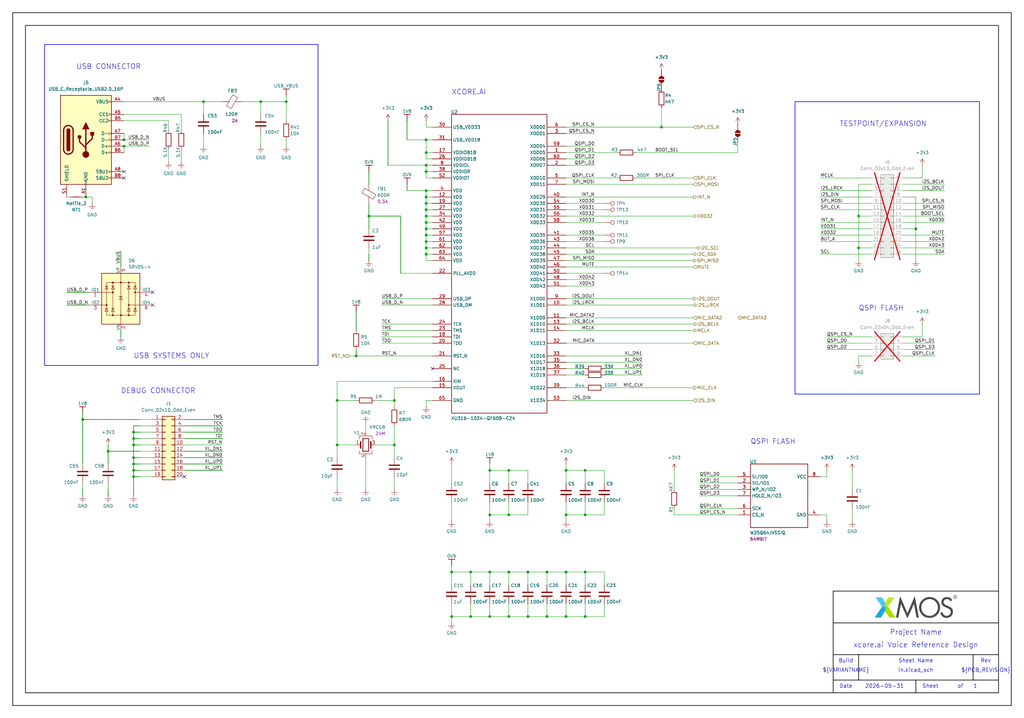
<source format=kicad_sch>
(kicad_sch (version 20231120) (generator "eeschema") (generator_version "8.0")
  (paper "User" 408.94 287.02)
  (title_block (title "xcore.ai Voice Reference Design") (rev "1V0"))
  (junction (at 264.16 50.8))
  (junction (at 203.2 205.74))
  (junction (at 203.2 187.96))
  (junction (at 342.9 99.06))
  (junction (at 226.06 205.74))
  (junction (at 53.34 190.5))
  (junction (at 233.68 205.74))
  (junction (at 43.18 180.34))
  (junction (at 34.29 78.74))
  (junction (at 157.48 177.8))
  (junction (at 170.18 81.28))
  (junction (at 33.02 167.64))
  (junction (at 180.34 246.38))
  (junction (at 157.48 160.02))
  (junction (at 170.18 93.98))
  (junction (at 203.2 228.6))
  (junction (at 170.18 68.58))
  (junction (at 147.32 86.36))
  (junction (at 195.58 187.96))
  (junction (at 218.44 246.38))
  (junction (at 53.34 182.88))
  (junction (at 49.53 58.42))
  (junction (at 170.18 60.96))
  (junction (at 226.06 228.6))
  (junction (at 233.68 228.6))
  (junction (at 53.34 175.26))
  (junction (at 218.44 228.6))
  (junction (at 365.76 91.44))
  (junction (at 170.18 99.06))
  (junction (at 170.18 55.88))
  (junction (at 53.34 187.96))
  (junction (at 53.34 172.72))
  (junction (at 195.58 205.74))
  (junction (at 170.18 91.44))
  (junction (at 187.96 246.38))
  (junction (at 226.06 187.96))
  (junction (at 210.82 228.6))
  (junction (at 53.34 177.8))
  (junction (at 114.3 40.64))
  (junction (at 170.18 76.2))
  (junction (at 81.28 40.64))
  (junction (at 170.18 101.6))
  (junction (at 134.62 177.8))
  (junction (at 49.53 55.88))
  (junction (at 142.24 142.24))
  (junction (at 170.18 83.82))
  (junction (at 53.34 185.42))
  (junction (at 342.9 86.36))
  (junction (at 134.62 160.02))
  (junction (at 170.18 88.9))
  (junction (at 170.18 86.36))
  (junction (at 180.34 228.6))
  (junction (at 187.96 228.6))
  (junction (at 226.06 246.38))
  (junction (at 203.2 246.38))
  (junction (at 210.82 246.38))
  (junction (at 170.18 66.04))
  (junction (at 170.18 96.52))
  (junction (at 233.68 187.96))
  (junction (at 104.14 40.64))
  (junction (at 195.58 228.6))
  (junction (at 233.68 246.38))
  (junction (at 195.58 246.38))
  (junction (at 170.18 78.74))
  (no_connect (at 60.96 116.84))
  (no_connect (at 60.96 121.92))
  (no_connect (at 49.53 68.58))
  (no_connect (at 172.72 147.32))
  (no_connect (at 49.53 71.12))
  (no_connect (at 73.66 190.5))
  (wire (pts (xy 67.31 48.26) (xy 67.31 52.07)))
  (wire (pts (xy 226.06 228.6) (xy 226.06 233.68)))
  (wire (pts (xy 53.34 185.42) (xy 53.34 187.96)) (stroke (width 0.254)))
  (wire (pts (xy 170.18 50.8) (xy 170.18 48.26)))
  (wire (pts (xy 279.4 195.58) (xy 294.64 195.58)))
  (wire (pts (xy 147.32 68.58) (xy 147.32 73.66)) (stroke (width 0.254)))
  (wire (pts (xy 55.88 187.96) (xy 53.34 187.96)) (stroke (width 0.254)))
  (wire (pts (xy 210.82 241.3) (xy 210.82 246.38)))
  (wire (pts (xy 279.4 190.5) (xy 294.64 190.5)))
  (polyline (pts (xy 332.74 248.92) (xy 332.74 236.22)) (stroke (width 0.254) (type solid) (color 0 0 0 1)))
  (wire (pts (xy 330.2 139.7) (xy 347.98 139.7)))
  (wire (pts (xy 172.72 55.88) (xy 170.18 55.88)))
  (wire (pts (xy 73.66 185.42) (xy 88.9 185.42)) (stroke (width 0.254)))
  (wire (pts (xy 210.82 246.38) (xy 203.2 246.38)))
  (wire (pts (xy 33.02 167.64) (xy 33.02 185.42)) (stroke (width 0.254)))
  (wire (pts (xy 226.06 106.68) (xy 276.86 106.68)))
  (wire (pts (xy 195.58 200.66) (xy 195.58 205.74)))
  (wire (pts (xy 264.16 50.8) (xy 264.16 43.18)))
  (wire (pts (xy 180.34 228.6) (xy 180.34 233.68)))
  (wire (pts (xy 330.2 137.16) (xy 347.98 137.16)))
  (wire (pts (xy 226.06 50.8) (xy 264.16 50.8)))
  (wire (pts (xy 33.02 195.58) (xy 33.02 198.12)) (stroke (width 0.254)))
  (wire (pts (xy 172.72 91.44) (xy 170.18 91.44)))
  (wire (pts (xy 368.3 129.54) (xy 368.3 134.62)))
  (wire (pts (xy 233.68 233.68) (xy 233.68 228.6)))
  (wire (pts (xy 226.06 147.32) (xy 233.68 147.32)))
  (wire (pts (xy 327.66 76.2) (xy 347.98 76.2)))
  (wire (pts (xy 210.82 193.04) (xy 210.82 187.96)))
  (wire (pts (xy 226.06 109.22) (xy 241.3 109.22)))
  (wire (pts (xy 226.06 129.54) (xy 276.86 129.54)))
  (wire (pts (xy 226.06 53.34) (xy 237.49 53.34)))
  (wire (pts (xy 142.24 124.46) (xy 142.24 132.08)) (stroke (width 0.254)))
  (wire (pts (xy 149.86 160.02) (xy 157.48 160.02)))
  (wire (pts (xy 134.62 177.8) (xy 134.62 182.88)))
  (wire (pts (xy 233.68 241.3) (xy 233.68 246.38)))
  (wire (pts (xy 73.66 170.18) (xy 88.9 170.18)) (stroke (width 0.254)))
  (wire (pts (xy 330.2 187.96) (xy 330.2 190.5)))
  (wire (pts (xy 53.34 187.96) (xy 53.34 190.5)) (stroke (width 0.254)))
  (polyline (pts (xy 365.76 271.78) (xy 365.76 276.86)) (stroke (width 0.254) (type solid) (color 0 0 0 1)))
  (wire (pts (xy 36.83 78.74) (xy 36.83 81.28)))
  (wire (pts (xy 226.06 78.74) (xy 276.86 78.74)))
  (wire (pts (xy 96.52 40.64) (xy 104.14 40.64)))
  (wire (pts (xy 360.68 101.6) (xy 377.19 101.6)))
  (wire (pts (xy 226.06 149.86) (xy 233.68 149.86)))
  (wire (pts (xy 147.32 101.6) (xy 147.32 104.14)) (stroke (width 0.254)))
  (wire (pts (xy 226.06 66.04) (xy 237.49 66.04)))
  (wire (pts (xy 195.58 187.96) (xy 195.58 193.04)))
  (wire (pts (xy 241.3 233.68) (xy 241.3 228.6)))
  (wire (pts (xy 172.72 86.36) (xy 170.18 86.36)))
  (wire (pts (xy 360.68 139.7) (xy 373.38 139.7)))
  (wire (pts (xy 35.56 121.92) (xy 26.67 121.92)) (stroke (width 0.254)))
  (wire (pts (xy 134.62 152.4) (xy 134.62 160.02)))
  (wire (pts (xy 276.86 50.8) (xy 264.16 50.8)))
  (wire (pts (xy 226.06 187.96) (xy 226.06 193.04)))
  (wire (pts (xy 170.18 68.58) (xy 170.18 66.04)))
  (wire (pts (xy 226.06 58.42) (xy 237.49 58.42)))
  (wire (pts (xy 226.06 104.14) (xy 276.86 104.14)))
  (wire (pts (xy 203.2 246.38) (xy 195.58 246.38)))
  (wire (pts (xy 114.3 40.64) (xy 114.3 38.1)))
  (wire (pts (xy 55.88 170.18) (xy 53.34 170.18)) (stroke (width 0.254)))
  (wire (pts (xy 294.64 205.74) (xy 269.24 205.74)))
  (wire (pts (xy 162.56 55.88) (xy 162.56 48.26)) (stroke (width 0.254)))
  (wire (pts (xy 279.4 193.04) (xy 294.64 193.04)))
  (wire (pts (xy 340.36 203.2) (xy 340.36 208.28)))
  (wire (pts (xy 226.06 96.52) (xy 241.3 96.52)))
  (wire (pts (xy 203.2 228.6) (xy 203.2 233.68)))
  (wire (pts (xy 170.18 60.96) (xy 172.72 60.96)))
  (wire (pts (xy 269.24 205.74) (xy 269.24 203.2)))
  (wire (pts (xy 81.28 53.34) (xy 81.28 58.42)))
  (wire (pts (xy 170.18 96.52) (xy 170.18 99.06)))
  (wire (pts (xy 195.58 205.74) (xy 195.58 208.28)))
  (wire (pts (xy 104.14 53.34) (xy 104.14 58.42)))
  (wire (pts (xy 210.82 200.66) (xy 210.82 205.74)))
  (wire (pts (xy 195.58 185.42) (xy 195.58 187.96)))
  (wire (pts (xy 226.06 205.74) (xy 226.06 208.28)))
  (wire (pts (xy 172.72 78.74) (xy 170.18 78.74)))
  (wire (pts (xy 226.06 101.6) (xy 276.86 101.6)))
  (wire (pts (xy 360.68 76.2) (xy 377.19 76.2)))
  (wire (pts (xy 157.48 160.02) (xy 157.48 162.56)))
  (wire (pts (xy 195.58 228.6) (xy 195.58 233.68)))
  (wire (pts (xy 226.06 73.66) (xy 276.86 73.66)))
  (wire (pts (xy 180.34 241.3) (xy 180.34 246.38)))
  (wire (pts (xy 360.68 86.36) (xy 377.19 86.36)))
  (wire (pts (xy 170.18 160.02) (xy 170.18 162.56)))
  (wire (pts (xy 241.3 147.32) (xy 256.54 147.32)))
  (wire (pts (xy 254 71.12) (xy 276.86 71.12)))
  (wire (pts (xy 180.34 226.06) (xy 180.34 228.6)))
  (wire (pts (xy 146.05 168.91) (xy 146.05 172.72)))
  (wire (pts (xy 276.86 160.02) (xy 226.06 160.02)))
  (wire (pts (xy 279.4 198.12) (xy 294.64 198.12)))
  (polyline (pts (xy 388.62 261.62) (xy 388.62 271.78)) (stroke (width 0.254) (type solid) (color 0 0 0 1)))
  (wire (pts (xy 33.02 167.64) (xy 55.88 167.64)) (stroke (width 0.254)))
  (wire (pts (xy 195.58 228.6) (xy 187.96 228.6)))
  (wire (pts (xy 81.28 40.64) (xy 88.9 40.64)))
  (wire (pts (xy 342.9 73.66) (xy 342.9 86.36)))
  (wire (pts (xy 33.02 78.74) (xy 34.29 78.74)))
  (wire (pts (xy 55.88 172.72) (xy 53.34 172.72)) (stroke (width 0.254)))
  (wire (pts (xy 241.3 193.04) (xy 241.3 187.96)))
  (wire (pts (xy 203.2 187.96) (xy 195.58 187.96)))
  (wire (pts (xy 172.72 101.6) (xy 170.18 101.6)))
  (wire (pts (xy 134.62 177.8) (xy 134.62 160.02)))
  (wire (pts (xy 172.72 160.02) (xy 170.18 160.02)))
  (wire (pts (xy 330.2 205.74) (xy 330.2 208.28)))
  (wire (pts (xy 73.66 167.64) (xy 88.9 167.64)) (stroke (width 0.254)))
  (wire (pts (xy 226.06 81.28) (xy 241.3 81.28)))
  (wire (pts (xy 330.2 134.62) (xy 347.98 134.62)))
  (wire (pts (xy 226.06 228.6) (xy 218.44 228.6)))
  (wire (pts (xy 327.66 101.6) (xy 347.98 101.6)))
  (wire (pts (xy 72.39 45.72) (xy 49.53 45.72)))
  (wire (pts (xy 360.68 99.06) (xy 377.19 99.06)))
  (polyline (pts (xy 332.74 236.22) (xy 398.78 236.22)) (stroke (width 0.254) (type solid) (color 0 0 0 1)))
  (wire (pts (xy 226.06 60.96) (xy 246.38 60.96)))
  (wire (pts (xy 160.02 86.36) (xy 147.32 86.36)) (stroke (width 0.254)))
  (wire (pts (xy 360.68 88.9) (xy 377.19 88.9)))
  (wire (pts (xy 157.48 177.8) (xy 157.48 170.18)))
  (wire (pts (xy 81.28 40.64) (xy 81.28 45.72)))
  (wire (pts (xy 170.18 101.6) (xy 170.18 104.14)))
  (wire (pts (xy 347.98 86.36) (xy 342.9 86.36)))
  (wire (pts (xy 73.66 177.8) (xy 88.9 177.8)))
  (wire (pts (xy 73.66 180.34) (xy 88.9 180.34)) (stroke (width 0.254)))
  (wire (pts (xy 203.2 228.6) (xy 195.58 228.6)))
  (wire (pts (xy 172.72 76.2) (xy 170.18 76.2)))
  (wire (pts (xy 368.3 71.12) (xy 360.68 71.12)))
  (wire (pts (xy 33.02 193.04) (xy 33.02 195.58)))
  (wire (pts (xy 172.72 83.82) (xy 170.18 83.82)))
  (wire (pts (xy 241.3 205.74) (xy 233.68 205.74)))
  (wire (pts (xy 360.68 81.28) (xy 377.19 81.28)))
  (wire (pts (xy 241.3 154.94) (xy 276.86 154.94)))
  (wire (pts (xy 49.53 58.42) (xy 49.53 60.96)))
  (wire (pts (xy 327.66 205.74) (xy 330.2 205.74)))
  (wire (pts (xy 26.67 116.84) (xy 35.56 116.84)) (stroke (width 0.254)))
  (wire (pts (xy 226.06 71.12) (xy 246.38 71.12)))
  (wire (pts (xy 48.26 100.33) (xy 48.26 106.68)) (stroke (width 0.254)))
  (wire (pts (xy 269.24 187.96) (xy 269.24 195.58)))
  (wire (pts (xy 55.88 175.26) (xy 60.96 175.26)))
  (wire (pts (xy 233.68 228.6) (xy 226.06 228.6)))
  (wire (pts (xy 360.68 96.52) (xy 377.19 96.52)))
  (polyline (pts (xy 332.74 276.86) (xy 332.74 248.92)) (stroke (width 0.254) (type solid) (color 0 0 0 1)))
  (wire (pts (xy 53.34 170.18) (xy 53.34 172.72)) (stroke (width 0.254)))
  (wire (pts (xy 172.72 93.98) (xy 170.18 93.98)))
  (wire (pts (xy 218.44 228.6) (xy 218.44 233.68)))
  (wire (pts (xy 170.18 66.04) (xy 172.72 66.04)))
  (wire (pts (xy 33.02 165.1) (xy 33.02 167.64)) (stroke (width 0.254)))
  (wire (pts (xy 172.72 154.94) (xy 157.48 154.94)))
  (wire (pts (xy 172.72 99.06) (xy 170.18 99.06)))
  (wire (pts (xy 187.96 246.38) (xy 180.34 246.38)))
  (wire (pts (xy 226.06 119.38) (xy 276.86 119.38)))
  (wire (pts (xy 203.2 241.3) (xy 203.2 246.38)))
  (wire (pts (xy 360.68 78.74) (xy 365.76 78.74)))
  (wire (pts (xy 241.3 200.66) (xy 241.3 205.74)))
  (wire (pts (xy 340.36 187.96) (xy 340.36 195.58)))
  (wire (pts (xy 327.66 96.52) (xy 347.98 96.52)))
  (wire (pts (xy 53.34 175.26) (xy 53.34 177.8)) (stroke (width 0.254)))
  (wire (pts (xy 195.58 246.38) (xy 187.96 246.38)))
  (wire (pts (xy 226.06 127) (xy 276.86 127)))
  (wire (pts (xy 53.34 172.72) (xy 53.34 175.26)) (stroke (width 0.254)))
  (wire (pts (xy 55.88 180.34) (xy 60.96 180.34)))
  (wire (pts (xy 104.14 40.64) (xy 104.14 45.72)))
  (wire (pts (xy 55.88 170.18) (xy 60.96 170.18)))
  (wire (pts (xy 147.32 99.06) (xy 147.32 101.6)))
  (wire (pts (xy 226.06 246.38) (xy 218.44 246.38)))
  (wire (pts (xy 55.88 167.64) (xy 60.96 167.64)))
  (wire (pts (xy 157.48 154.94) (xy 157.48 160.02)))
  (polyline (pts (xy 332.74 271.78) (xy 398.78 271.78)) (stroke (width 0.254) (type solid) (color 0 0 0 1)))
  (wire (pts (xy 233.68 187.96) (xy 233.68 193.04)))
  (wire (pts (xy 203.2 187.96) (xy 203.2 193.04)))
  (wire (pts (xy 170.18 66.04) (xy 154.94 66.04)))
  (polyline (pts (xy 342.9 261.62) (xy 342.9 271.78)) (stroke (width 0.254) (type solid) (color 0 0 0 1)))
  (wire (pts (xy 55.88 180.34) (xy 43.18 180.34)) (stroke (width 0.254)))
  (wire (pts (xy 73.66 172.72) (xy 88.9 172.72)) (stroke (width 0.254)))
  (wire (pts (xy 203.2 200.66) (xy 203.2 205.74)))
  (wire (pts (xy 210.82 228.6) (xy 210.82 233.68)))
  (wire (pts (xy 134.62 177.8) (xy 142.24 177.8)))
  (wire (pts (xy 81.28 40.64) (xy 49.53 40.64)))
  (wire (pts (xy 172.72 63.5) (xy 170.18 63.5)))
  (wire (pts (xy 187.96 228.6) (xy 180.34 228.6)))
  (wire (pts (xy 172.72 50.8) (xy 170.18 50.8)))
  (wire (pts (xy 347.98 142.24) (xy 342.9 142.24)))
  (wire (pts (xy 226.06 137.16) (xy 276.86 137.16)))
  (wire (pts (xy 154.94 66.04) (xy 154.94 48.26)) (stroke (width 0.254)))
  (wire (pts (xy 218.44 241.3) (xy 218.44 246.38)))
  (wire (pts (xy 43.18 193.04) (xy 43.18 195.58)))
  (wire (pts (xy 55.88 177.8) (xy 53.34 177.8)) (stroke (width 0.254)))
  (wire (pts (xy 226.06 144.78) (xy 256.54 144.78)))
  (wire (pts (xy 360.68 142.24) (xy 373.38 142.24)))
  (wire (pts (xy 368.3 66.04) (xy 368.3 71.12)))
  (wire (pts (xy 226.06 63.5) (xy 237.49 63.5)))
  (wire (pts (xy 172.72 68.58) (xy 170.18 68.58)))
  (wire (pts (xy 73.66 182.88) (xy 88.9 182.88)) (stroke (width 0.254)))
  (wire (pts (xy 195.58 241.3) (xy 195.58 246.38)))
  (wire (pts (xy 55.88 187.96) (xy 60.96 187.96)))
  (wire (pts (xy 152.4 121.92) (xy 172.72 121.92)))
  (wire (pts (xy 203.2 205.74) (xy 195.58 205.74)))
  (wire (pts (xy 342.9 86.36) (xy 342.9 99.06)))
  (wire (pts (xy 172.72 96.52) (xy 170.18 96.52)))
  (wire (pts (xy 365.76 91.44) (xy 360.68 91.44)))
  (wire (pts (xy 48.26 132.08) (xy 48.26 134.62)) (stroke (width 0.254)))
  (wire (pts (xy 233.68 246.38) (xy 226.06 246.38)))
  (wire (pts (xy 53.34 182.88) (xy 53.34 185.42)) (stroke (width 0.254)))
  (wire (pts (xy 327.66 71.12) (xy 347.98 71.12)))
  (wire (pts (xy 294.64 57.15) (xy 294.64 60.96)))
  (wire (pts (xy 114.3 58.42) (xy 114.3 55.88)))
  (wire (pts (xy 360.68 83.82) (xy 377.19 83.82)))
  (wire (pts (xy 327.66 88.9) (xy 347.98 88.9)))
  (wire (pts (xy 172.72 71.12) (xy 170.18 71.12)))
  (wire (pts (xy 233.68 187.96) (xy 226.06 187.96)))
  (wire (pts (xy 170.18 93.98) (xy 170.18 96.52)))
  (wire (pts (xy 327.66 91.44) (xy 347.98 91.44)))
  (wire (pts (xy 170.18 83.82) (xy 170.18 86.36)))
  (wire (pts (xy 162.56 76.2) (xy 170.18 76.2)))
  (wire (pts (xy 55.88 175.26) (xy 53.34 175.26)) (stroke (width 0.254)))
  (wire (pts (xy 55.88 172.72) (xy 60.96 172.72)))
  (wire (pts (xy 152.4 132.08) (xy 172.72 132.08)))
  (wire (pts (xy 55.88 185.42) (xy 60.96 185.42)))
  (wire (pts (xy 360.68 93.98) (xy 377.19 93.98)))
  (wire (pts (xy 55.88 190.5) (xy 53.34 190.5)) (stroke (width 0.254)))
  (wire (pts (xy 241.3 246.38) (xy 233.68 246.38)))
  (wire (pts (xy 160.02 109.22) (xy 160.02 86.36)) (stroke (width 0.254)))
  (polyline (pts (xy 332.74 248.92) (xy 398.78 248.92)) (stroke (width 0.254) (type solid) (color 0 0 0 1)))
  (wire (pts (xy 49.53 48.26) (xy 67.31 48.26)))
  (wire (pts (xy 43.18 177.8) (xy 43.18 180.34)) (stroke (width 0.254)))
  (wire (pts (xy 139.7 142.24) (xy 142.24 142.24)))
  (wire (pts (xy 210.82 228.6) (xy 203.2 228.6)))
  (wire (pts (xy 152.4 119.38) (xy 172.72 119.38)))
  (wire (pts (xy 73.66 175.26) (xy 88.9 175.26)) (stroke (width 0.254)))
  (wire (pts (xy 142.24 142.24) (xy 172.72 142.24)))
  (wire (pts (xy 365.76 91.44) (xy 365.76 104.14)))
  (wire (pts (xy 218.44 228.6) (xy 210.82 228.6)))
  (wire (pts (xy 327.66 78.74) (xy 347.98 78.74)))
  (wire (pts (xy 152.4 134.62) (xy 172.72 134.62)))
  (wire (pts (xy 147.32 81.28) (xy 147.32 86.36)) (stroke (width 0.254)))
  (wire (pts (xy 180.34 185.42) (xy 180.34 193.04)))
  (wire (pts (xy 170.18 55.88) (xy 162.56 55.88)))
  (wire (pts (xy 218.44 246.38) (xy 210.82 246.38)))
  (wire (pts (xy 170.18 63.5) (xy 170.18 60.96)))
  (wire (pts (xy 134.62 160.02) (xy 142.24 160.02)))
  (wire (pts (xy 226.06 111.76) (xy 237.49 111.76)))
  (wire (pts (xy 226.06 114.3) (xy 237.49 114.3)))
  (wire (pts (xy 170.18 91.44) (xy 170.18 93.98)))
  (wire (pts (xy 327.66 93.98) (xy 347.98 93.98)))
  (wire (pts (xy 157.48 190.5) (xy 157.48 195.58)))
  (wire (pts (xy 347.98 73.66) (xy 342.9 73.66)))
  (wire (pts (xy 347.98 99.06) (xy 342.9 99.06)))
  (wire (pts (xy 152.4 137.16) (xy 172.72 137.16)))
  (wire (pts (xy 170.18 88.9) (xy 170.18 91.44)))
  (wire (pts (xy 72.39 59.69) (xy 72.39 64.77)))
  (wire (pts (xy 365.76 78.74) (xy 365.76 91.44)))
  (wire (pts (xy 226.06 200.66) (xy 226.06 205.74)))
  (wire (pts (xy 327.66 83.82) (xy 347.98 83.82)))
  (wire (pts (xy 241.3 228.6) (xy 233.68 228.6)))
  (wire (pts (xy 327.66 81.28) (xy 347.98 81.28)))
  (wire (pts (xy 368.3 134.62) (xy 360.68 134.62)))
  (wire (pts (xy 55.88 177.8) (xy 60.96 177.8)))
  (wire (pts (xy 241.3 149.86) (xy 256.54 149.86)))
  (wire (pts (xy 146.05 182.88) (xy 146.05 195.58)))
  (wire (pts (xy 147.32 86.36) (xy 147.32 91.44)) (stroke (width 0.254)))
  (polyline (pts (xy 332.74 261.62) (xy 398.78 261.62)) (stroke (width 0.254) (type solid) (color 0 0 0 1)))
  (wire (pts (xy 226.06 99.06) (xy 278.13 99.06)))
  (wire (pts (xy 55.88 182.88) (xy 60.96 182.88)))
  (wire (pts (xy 330.2 190.5) (xy 327.66 190.5)))
  (wire (pts (xy 210.82 205.74) (xy 203.2 205.74)))
  (wire (pts (xy 170.18 81.28) (xy 170.18 83.82)))
  (wire (pts (xy 67.31 59.69) (xy 67.31 64.77)))
  (wire (pts (xy 104.14 40.64) (xy 114.3 40.64)))
  (wire (pts (xy 142.24 139.7) (xy 142.24 142.24)) (stroke (width 0.254)))
  (wire (pts (xy 210.82 187.96) (xy 203.2 187.96)))
  (wire (pts (xy 162.56 73.66) (xy 162.56 76.2)) (stroke (width 0.254)))
  (wire (pts (xy 342.9 99.06) (xy 342.9 104.14)))
  (wire (pts (xy 134.62 190.5) (xy 134.62 195.58)))
  (wire (pts (xy 55.88 190.5) (xy 60.96 190.5)))
  (wire (pts (xy 170.18 60.96) (xy 170.18 55.88)))
  (wire (pts (xy 226.06 93.98) (xy 241.3 93.98)))
  (wire (pts (xy 294.64 60.96) (xy 254 60.96)))
  (wire (pts (xy 157.48 182.88) (xy 157.48 177.8)))
  (wire (pts (xy 55.88 182.88) (xy 53.34 182.88)) (stroke (width 0.254)))
  (wire (pts (xy 172.72 88.9) (xy 170.18 88.9)))
  (wire (pts (xy 43.18 180.34) (xy 43.18 185.42)) (stroke (width 0.254)))
  (wire (pts (xy 226.06 86.36) (xy 276.86 86.36)))
  (wire (pts (xy 73.66 187.96) (xy 88.9 187.96)) (stroke (width 0.254)))
  (wire (pts (xy 180.34 200.66) (xy 180.34 208.28)))
  (wire (pts (xy 279.4 203.2) (xy 294.64 203.2)))
  (wire (pts (xy 53.34 190.5) (xy 53.34 198.12)) (stroke (width 0.254)))
  (wire (pts (xy 149.86 177.8) (xy 157.48 177.8)))
  (wire (pts (xy 170.18 71.12) (xy 170.18 68.58)))
  (wire (pts (xy 226.06 185.42) (xy 226.06 187.96)))
  (wire (pts (xy 34.29 78.74) (xy 36.83 78.74)))
  (wire (pts (xy 226.06 121.92) (xy 276.86 121.92)))
  (wire (pts (xy 172.72 109.22) (xy 160.02 109.22)))
  (wire (pts (xy 226.06 83.82) (xy 241.3 83.82)))
  (wire (pts (xy 360.68 73.66) (xy 377.19 73.66)))
  (wire (pts (xy 55.88 185.42) (xy 53.34 185.42)) (stroke (width 0.254)))
  (wire (pts (xy 49.53 53.34) (xy 49.53 55.88)))
  (wire (pts (xy 187.96 241.3) (xy 187.96 246.38)))
  (wire (pts (xy 342.9 142.24) (xy 342.9 144.78)))
  (wire (pts (xy 170.18 78.74) (xy 170.18 81.28)))
  (wire (pts (xy 187.96 228.6) (xy 187.96 233.68)))
  (wire (pts (xy 170.18 99.06) (xy 170.18 101.6)))
  (wire (pts (xy 49.53 55.88) (xy 59.69 55.88)))
  (wire (pts (xy 241.3 187.96) (xy 233.68 187.96)))
  (wire (pts (xy 53.34 177.8) (xy 53.34 182.88)) (stroke (width 0.254)))
  (wire (pts (xy 170.18 86.36) (xy 170.18 88.9)))
  (wire (pts (xy 233.68 205.74) (xy 226.06 205.74)))
  (wire (pts (xy 170.18 76.2) (xy 170.18 78.74)))
  (wire (pts (xy 72.39 52.07) (xy 72.39 45.72)))
  (wire (pts (xy 226.06 142.24) (xy 256.54 142.24)))
  (wire (pts (xy 180.34 246.38) (xy 180.34 248.92)))
  (wire (pts (xy 172.72 81.28) (xy 170.18 81.28)))
  (wire (pts (xy 226.06 88.9) (xy 241.3 88.9)))
  (wire (pts (xy 170.18 104.14) (xy 172.72 104.14)))
  (wire (pts (xy 360.68 137.16) (xy 373.38 137.16)))
  (wire (pts (xy 226.06 154.94) (xy 233.68 154.94)))
  (wire (pts (xy 226.06 132.08) (xy 276.86 132.08)))
  (wire (pts (xy 233.68 200.66) (xy 233.68 205.74)))
  (wire (pts (xy 152.4 129.54) (xy 172.72 129.54)))
  (wire (pts (xy 226.06 241.3) (xy 226.06 246.38)))
  (wire (pts (xy 43.18 195.58) (xy 43.18 198.12)) (stroke (width 0.254)))
  (wire (pts (xy 114.3 40.64) (xy 114.3 48.26)))
  (wire (pts (xy 49.53 58.42) (xy 59.69 58.42)))
  (wire (pts (xy 172.72 152.4) (xy 134.62 152.4)))
  (wire (pts (xy 241.3 241.3) (xy 241.3 246.38)))
  (wire (pts (xy 26.67 78.74) (xy 27.94 78.74)))
  (rectangle (start 398.78 10.16) (end 10.16 276.86) (stroke (width 0.254) (color 0 0 0 1)))
  (rectangle (start 391.16 40.64) (end 317.5 157.48) (stroke (width 0.254) (color 0 0 255 1)))
  (rectangle (start 403.86 5.08) (end 5.08 281.94) (stroke (width 0.254) (color 0 0 0 1)))
  (rectangle (start 17.78 17.78) (end 127 146.05) (stroke (width 0.254) (color 0 0 255 1)))
  (image (at 365.76 242.468) (scale 0.119293))
  (text "Project Name" (at 365.76 254 0) (effects (font (size 2.032 2.032)) (justify bottom)))
  (text "Sheet Name" (at 365.76 264.16 0) (effects (font (size 1.524 1.524))))
  (text "DEBUG CONNECTOR" (at 48.26 157.48 0) (effects (font (size 2.032 2.032)) (justify left bottom)))
  (text "" (at 337.82 58.42 0) (effects (font (size 2.032 2.032)) (justify left bottom)))
  (text "${##}" (at 388.62 274.32 0) (effects (font (size 1.524 1.524)) (justify left)))
  (text "Rev" (at 393.7 264.16 0) (effects (font (size 1.524 1.524))))
  (text "${VARIANTNAME}" (at 337.82 267.97 0) (effects (font (size 1.524 1.524))))
  (text "USB SYSTEMS ONLY" (at 53.34 143.51 0) (effects (font (size 2.032 2.032)) (justify left bottom)))
  (text "XCORE.AI" (at 180.34 38.1 0) (effects (font (size 2.032 2.032)) (justify left bottom)))
  (text "Build" (at 337.82 264.16 0) (effects (font (size 1.524 1.524))))
  (text "${TITLE}" (at 365.76 259.08 0) (effects (font (size 2.032 2.032)) (justify bottom)))
  (text "${#}" (at 378.46 274.32 0) (effects (font (size 1.524 1.524))))
  (text "${PCB_REVISION}" (at 393.7 267.97 0) (effects (font (size 1.524 1.524))))
  (text "USB CONNECTOR" (at 30.48 27.94 0) (effects (font (size 2.032 2.032)) (justify left bottom)))
  (text "QSPI FLASH" (at 342.9 124.46 0) (effects (font (size 2.032 2.032)) (justify left bottom)))
  (text "Sheet" (at 368.3 274.32 0) (effects (font (size 1.524 1.524)) (justify left)))
  (text "${CURRENT_DATE}" (at 345.44 274.32 0) (effects (font (size 1.524 1.524)) (justify left)))
  (text "QSPI FLASH" (at 299.72 177.8 0) (effects (font (size 2.032 2.032)) (justify left bottom)))
  (text "TESTPOINT/EXPANSION" (at 335.28 50.8 0) (effects (font (size 2.032 2.032)) (justify left bottom)))
  (text "of" (at 383.54 274.32 0) (effects (font (size 1.524 1.524))))
  (text "Date" (at 337.82 274.32 0) (effects (font (size 1.524 1.524))))
  (text "${FILENAME}" (at 365.76 267.97 0) (effects (font (size 1.524 1.524))))
  (label "TDI" (at 88.9 175.26 180))
  (label "X0D31" (at 327.66 91.44 0))
  (label "XL_UP1" (at 88.9 187.96 180))
  (label "QSPI_CLK" (at 373.38 142.24 180))
  (label "QSPI_CLK" (at 237.49 71.12 180))
  (label "TDO" (at 88.9 172.72 180))
  (label "I2S_DIN" (at 327.66 78.74 0))
  (label "QSPI_D2" (at 279.4 195.58 0))
  (label "USB_D_N" (at 59.69 55.88 180))
  (label "MIC_DATA2" (at 237.49 127 180))
  (label "X0D32" (at 327.66 93.98 0))
  (label "XL_UP1" (at 256.54 149.86 180))
  (label "XL_DN1" (at 256.54 142.24 180))
  (label "QSPI_D3" (at 373.38 139.7 180))
  (label "BOOT_SEL" (at 261.62 60.96 0))
  (label "XL_DN1" (at 88.9 180.34 180))
  (label "X0D42" (at 237.49 111.76 180))
  (label "X0D42" (at 377.19 96.52 180))
  (label "USB_D_N" (at 26.67 121.92 0))
  (label "QSPI_D0" (at 330.2 137.16 0))
  (label "SPI_MOSI" (at 327.66 81.28 0))
  (label "QSPI_CS_N" (at 330.2 134.62 0))
  (label "SPI_CLK" (at 261.62 71.12 0))
  (label "XL_UP0" (at 256.54 147.32 180))
  (label "USB_D_P" (at 26.67 116.84 0))
  (label "I2S_LRCK" (at 237.49 121.92 180))
  (label "XL_DN0" (at 256.54 144.78 180))
  (label "VBUS" (at 48.26 100.33 270))
  (label "QSPI_CS_N" (at 237.49 53.34 180))
  (label "X0D36" (at 237.49 96.52 180))
  (label "X0D30" (at 237.49 81.28 180))
  (label "INT_N" (at 327.66 88.9 0))
  (label "MIC_CLK" (at 248.92 154.94 0))
  (label "MIC_DATA" (at 237.49 137.16 180))
  (label "USB_D_N" (at 152.4 121.92 0))
  (label "TMS" (at 152.4 132.08 0))
  (label "I2S_DOUT" (at 377.19 76.2 180))
  (label "QSPI_D2" (at 330.2 139.7 0))
  (label "RST_N" (at 152.4 142.24 0))
  (label "SCL" (at 327.66 101.6 0))
  (label "BUT_A" (at 327.66 96.52 0))
  (label "SPI_CS_N" (at 377.19 81.28 180))
  (label "X0D35" (at 237.49 93.98 180))
  (label "USB_D_P" (at 59.69 58.42 180))
  (label "QSPI_CLK" (at 279.4 203.2 0))
  (label "SPI_MISO" (at 237.49 104.14 180))
  (label "MCLK" (at 237.49 132.08 180))
  (label "RST_N" (at 88.9 177.8 180))
  (label "X0D30" (at 377.19 88.9 180))
  (label "X0D32" (at 237.49 86.36 180))
  (label "QSPI_D0" (at 279.4 190.5 0))
  (label "TCK" (at 152.4 129.54 0))
  (label "TDO" (at 152.4 137.16 0))
  (label "X0D31" (at 237.49 83.82 180))
  (label "XL_DN0" (at 88.9 182.88 180))
  (label "SPI_CS_N" (at 237.49 50.8 180))
  (label "I2S_BCLK" (at 377.19 73.66 180))
  (label "TCK" (at 88.9 170.18 180))
  (label "X0D43" (at 237.49 114.3 180))
  (label "QSPI_CS_N" (at 279.4 205.74 0))
  (label "SPI_MOSI" (at 237.49 73.66 180))
  (label "MUTE" (at 237.49 106.68 180))
  (label "VBUS" (at 60.96 40.64 0))
  (label "QSPI_D0" (at 237.49 58.42 180))
  (label "QSPI_D3" (at 237.49 66.04 180))
  (label "SDA" (at 237.49 101.6 180))
  (label "I2S_DIN" (at 228.6 160.02 0))
  (label "X0D33" (at 237.49 88.9 180))
  (label "XL_UP0" (at 88.9 185.42 180))
  (label "SCL" (at 237.49 99.06 180))
  (label "I2S_LRCK" (at 327.66 76.2 0))
  (label "QSPI_D1" (at 279.4 193.04 0))
  (label "QSPI_D2" (at 237.49 63.5 180))
  (label "I2S_DOUT" (at 237.49 119.38 180))
  (label "INT_N" (at 237.49 78.74 180))
  (label "BOOT_SEL" (at 377.19 86.36 180))
  (label "QSPI_D1" (at 373.38 137.16 180))
  (label "SPI_CLK" (at 327.66 83.82 0))
  (label "SDA" (at 377.19 101.6 180))
  (label "TMS" (at 88.9 167.64 180))
  (label "TDI" (at 152.4 134.62 0))
  (label "MCLK" (at 327.66 71.12 0))
  (label "QSPI_D3" (at 279.4 198.12 0))
  (label "I2S_BCLK" (at 237.49 129.54 180))
  (label "USB_D_P" (at 152.4 119.38 0))
  (label "SPI_MISO" (at 377.19 83.82 180))
  (label "QSPI_D1" (at 237.49 60.96 180))
  (label "MUTE" (at 377.19 93.98 180))
  (label "X0D43" (at 377.19 99.06 180))
  (hierarchical_label "X0D32" (shape bidirectional) (at 276.86 86.36 0))
  (hierarchical_label "INT_N" (shape output) (at 276.86 78.74 0))
  (hierarchical_label "SPI_CS_N" (shape input) (at 276.86 50.8 0))
  (hierarchical_label "SPI_MOSI" (shape input) (at 276.86 73.66 0))
  (hierarchical_label "I2C_SCL" (shape bidirectional) (at 278.13 99.06 0))
  (hierarchical_label "I2C_SDA" (shape bidirectional) (at 276.86 101.6 0))
  (hierarchical_label "SPI_MISO" (shape output) (at 276.86 104.14 0))
  (hierarchical_label "MIC_CLK" (shape output) (at 276.86 154.94 0))
  (hierarchical_label "SPI_CLK" (shape input) (at 276.86 71.12 0))
  (hierarchical_label "MIC_DATA3" (shape input) (at 294.64 127 0))
  (hierarchical_label "I2S_LRCK" (shape bidirectional) (at 276.86 121.92 0))
  (hierarchical_label "I2S_DOUT" (shape output) (at 276.86 119.38 0))
  (hierarchical_label "MIC_DATA" (shape input) (at 276.86 137.16 0))
  (hierarchical_label "I2S_DIN" (shape input) (at 276.86 160.02 0))
  (hierarchical_label "MCLK" (shape bidirectional) (at 276.86 132.08 0))
  (hierarchical_label "I2S_BCLK" (shape bidirectional) (at 276.86 129.54 0))
  (hierarchical_label "RST_N" (shape input) (at 139.7 142.24 180))
  (hierarchical_label "MUTE" (shape input) (at 276.86 106.68 0))
  (hierarchical_label "MIC_DATA2" (shape input) (at 276.86 127 0))
  (symbol (lib_id "Device:R") (at 157.48 166.37 0) (unit 1)
    (property "Reference" "R7" (at 159.258 165.862 0) (effects (justify left bottom)))
    (property "Value" "680R" (at 159.258 168.402 0) (effects (justify left bottom)))
    (property "Footprint" "Resistor_SMD:R_0402_1005Metric" (effects (hide yes)))
    (property "Description" "Resistor" (effects (hide yes)))
    (property "ALTIUM_VALUE" "680R" (effects (hide yes)))
    (property "PART NUMBER" "STD-01-0052" (effects (hide yes)))
    (property "TOLERANCE" "1%" (effects (hide yes)))
    (property "MAX VOLTAGE" "50V" (effects (hide yes)))
    (property "MAX POWER" "63mW" (effects (hide yes)))
    (property "TEMPERATURE COEFFICIENT" "±100ppm/°C" (effects (hide yes)))
    (property "MANUFACTURER" "Yageo" (effects (hide yes)))
    (property "MANUFACTURER PART NUMBER" "RC0402FR-07680RL" (effects (hide yes)))
    (property "APPROX VOLUME COST ($)" "0.002" (effects (hide yes)))
    (property "WEB SEARCH LINK" "http://www.google.com/search?q=RC0402FR-07680RL" (effects (hide yes)))
  )
  (symbol (lib_id "power:+3V3") (at 330.2 187.96 0) (unit 1)
    (property "Reference" "#PWR041" (effects (hide yes)))
    (property "Value" "+3V3" (at 330.2 182.88 0))
    (property "Description" "Power symbol creates a global label with name \"+3V3\"" (effects (hide yes)))
  )
  (symbol (lib_id "Device:R") (at 237.49 147.32 90) (unit 1)
    (property "Reference" "R39" (at 229.616 145.796 90) (effects (justify right bottom)))
    (property "Value" "33R" (at 245.11 145.796 90) (effects (justify left bottom)))
    (property "Footprint" "Resistor_SMD:R_0402_1005Metric" (effects (hide yes)))
    (property "Description" "Resistor" (effects (hide yes)))
    (property "ALTIUM_VALUE" "33R" (effects (hide yes)))
    (property "PART NUMBER" "STD-01-0020" (effects (hide yes)))
    (property "TOLERANCE" "1%" (effects (hide yes)))
    (property "MAX VOLTAGE" "50V" (effects (hide yes)))
    (property "MAX POWER" "63mW" (effects (hide yes)))
    (property "TEMPERATURE COEFFICIENT" "±100ppm/°C" (effects (hide yes)))
    (property "MANUFACTURER" "Yageo" (effects (hide yes)))
    (property "MANUFACTURER PART NUMBER" "RC0402FR-0733RL" (effects (hide yes)))
    (property "APPROX VOLUME COST ($)" "0.002" (effects (hide yes)))
    (property "WEB SEARCH LINK" "http://www.google.com/search?q=RC0402FR-0733RL" (effects (hide yes)))
  )
  (symbol (lib_id "Device:C") (at 241.3 237.49 0) (unit 1)
    (property "Reference" "C23" (at 242.062 234.696 0) (effects (justify left bottom)))
    (property "Value" "100nF" (at 242.062 239.776 0) (effects (justify left top)))
    (property "Footprint" "Capacitor_SMD:C_0402_1005Metric" (effects (hide yes)))
    (property "Description" "Unpolarized capacitor" (effects (hide yes)))
    (property "ALTIUM_VALUE" "100N" (effects (hide yes)))
    (property "PART NUMBER" "STD-06-0048" (effects (hide yes)))
    (property "DIELECTRIC" "X7R" (effects (hide yes)))
    (property "RATED VOLTAGE" "16V" (effects (hide yes)))
    (property "TOLERANCE" "10%" (effects (hide yes)))
    (property "MANUFACTURER" "Yageo" (effects (hide yes)))
    (property "MANUFACTURER PART NUMBER" "CC0402KRX7R7BB104" (effects (hide yes)))
    (property "APPROX VOLUME COST ($)" "0.003" (effects (hide yes)))
    (property "WEB SEARCH LINK" "http://www.google.com/search?q=CC0402KRX7R7BB104" (effects (hide yes)))
  )
  (symbol (lib_id "Connector:TestPoint") (at 241.3 81.28 270) (unit 1)
    (property "Reference" "TP4" (at 246.126 81.28 90) (effects (justify left)))
    (property "Value" "TestPoint" (effects (hide yes)))
    (property "Footprint" "TestPoint:TestPoint_Pad_D1.0mm" (effects (hide yes)))
    (property "Description" "test point" (effects (hide yes)))
  )
  (symbol (lib_id "Device:R") (at 67.31 55.88 0) (unit 1)
    (property "Reference" "R46" (at 66.04 53.086 90) (effects (justify left)))
    (property "Value" "5.1K" (at 66.04 62.992 90) (effects (justify left)))
    (property "Footprint" "Resistor_SMD:R_0402_1005Metric" (effects (hide yes)))
    (property "Description" "Resistor" (effects (hide yes)))
  )
  (symbol (lib_id "power:+3V3") (at 340.36 187.96 0) (unit 1)
    (property "Reference" "#PWR042" (effects (hide yes)))
    (property "Value" "+3V3" (at 340.36 182.88 0))
    (property "Description" "Power symbol creates a global label with name \"+3V3\"" (effects (hide yes)))
  )
  (symbol (lib_id "Connector:TestPoint") (at 241.3 96.52 270) (unit 1)
    (property "Reference" "TP9" (at 246.126 96.52 90) (effects (justify left)))
    (property "Value" "TestPoint" (effects (hide yes)))
    (property "Footprint" "TestPoint:TestPoint_Pad_D1.0mm" (effects (hide yes)))
    (property "Description" "test point" (effects (hide yes)))
  )
  (symbol (lib_id "power:+3V3") (at 368.3 129.54 0) (unit 1)
    (property "Reference" "#PWR088" (effects (hide yes)))
    (property "Value" "+3V3" (at 368.3 124.46 0))
    (property "Description" "Power symbol creates a global label with name \"+3V3\"" (effects (hide yes)))
  )
  (symbol (lib_id "Device:FerriteBead") (at 147.32 77.47 0) (unit 1)
    (property "Reference" "FB1" (at 150.622 76.2 0) (effects (justify left bottom)))
    (property "Value" "600R" (at 150.622 78.74 0) (effects (justify left bottom)))
    (property "Footprint" "Inductor_SMD:L_0402_1005Metric" (effects (hide yes)))
    (property "Description" "Ferrite bead" (effects (hide yes)))
    (property "ALTIUM_VALUE" "600R" (effects (hide yes)))
    (property "PART NUMBER" "GEN-04-0011" (effects (hide yes)))
    (property "RATED CURRENT" "0.3A" (at 150.622 81.28 0) (effects (justify left bottom)))
    (property "MAX DCR" "0.85R" (effects (hide yes)))
    (property "MANUFACTURER" "Taiyo Yuden" (effects (hide yes)))
    (property "MANUFACTURER PART NUMBER" "BKH1005LM601-T" (effects (hide yes)))
    (property "APPROX VOLUME COST ($)" "0.014" (effects (hide yes)))
    (property "WEB SEARCH LINK" "http://www.google.com/search?q=BKH1005LM601-T" (effects (hide yes)))
  )
  (symbol (lib_id "Device:C") (at 241.3 196.85 0) (unit 1)
    (property "Reference" "C9" (at 242.062 194.056 0) (effects (justify left bottom)))
    (property "Value" "100nF" (at 242.062 199.136 0) (effects (justify left top)))
    (property "Footprint" "Capacitor_SMD:C_0402_1005Metric" (effects (hide yes)))
    (property "Description" "Unpolarized capacitor" (effects (hide yes)))
    (property "ALTIUM_VALUE" "100N" (effects (hide yes)))
    (property "PART NUMBER" "STD-06-0048" (effects (hide yes)))
    (property "DIELECTRIC" "X7R" (effects (hide yes)))
    (property "RATED VOLTAGE" "16V" (effects (hide yes)))
    (property "TOLERANCE" "10%" (effects (hide yes)))
    (property "MANUFACTURER" "Yageo" (effects (hide yes)))
    (property "MANUFACTURER PART NUMBER" "CC0402KRX7R7BB104" (effects (hide yes)))
    (property "APPROX VOLUME COST ($)" "0.003" (effects (hide yes)))
    (property "WEB SEARCH LINK" "http://www.google.com/search?q=CC0402KRX7R7BB104" (effects (hide yes)))
  )
  (symbol (lib_id "Device:C") (at 187.96 237.49 0) (unit 1)
    (property "Reference" "C16" (at 188.722 234.696 0) (effects (justify left bottom)))
    (property "Value" "100nF" (at 188.722 239.776 0) (effects (justify left top)))
    (property "Footprint" "Capacitor_SMD:C_0402_1005Metric" (effects (hide yes)))
    (property "Description" "Unpolarized capacitor" (effects (hide yes)))
    (property "ALTIUM_VALUE" "100N" (effects (hide yes)))
    (property "PART NUMBER" "STD-06-0048" (effects (hide yes)))
    (property "DIELECTRIC" "X7R" (effects (hide yes)))
    (property "RATED VOLTAGE" "16V" (effects (hide yes)))
    (property "TOLERANCE" "10%" (effects (hide yes)))
    (property "MANUFACTURER" "Yageo" (effects (hide yes)))
    (property "MANUFACTURER PART NUMBER" "CC0402KRX7R7BB104" (effects (hide yes)))
    (property "APPROX VOLUME COST ($)" "0.003" (effects (hide yes)))
    (property "WEB SEARCH LINK" "http://www.google.com/search?q=CC0402KRX7R7BB104" (effects (hide yes)))
  )
  (symbol (lib_id "Device:R") (at 250.19 60.96 90) (unit 1)
    (property "Reference" "R3" (at 244.094 59.182 90) (effects (justify right bottom)))
    (property "Value" "4K7" (at 258.318 59.182 90) (effects (justify left bottom)))
    (property "Footprint" "Resistor_SMD:R_0402_1005Metric" (effects (hide yes)))
    (property "Description" "Resistor" (effects (hide yes)))
    (property "ALTIUM_VALUE" "4K7" (effects (hide yes)))
    (property "PART NUMBER" "STD-01-0072" (effects (hide yes)))
    (property "TOLERANCE" "1%" (effects (hide yes)))
    (property "MAX VOLTAGE" "50V" (effects (hide yes)))
    (property "MAX POWER" "63mW" (effects (hide yes)))
    (property "TEMPERATURE COEFFICIENT" "±100ppm/°C" (effects (hide yes)))
    (property "MANUFACTURER" "Yageo" (effects (hide yes)))
    (property "MANUFACTURER PART NUMBER" "RC0402FR-074K7L" (effects (hide yes)))
    (property "APPROX VOLUME COST ($)" "0.002" (effects (hide yes)))
    (property "WEB SEARCH LINK" "http://www.google.com/search?q=RC0402FR-074K7L" (effects (hide yes)))
  )
  (symbol (lib_id "Device:Crystal_GND24") (at 146.05 177.8 0) (unit 1)
    (property "Reference" "Y1" (at 141.224 173.736 0) (effects (justify left bottom)))
    (property "Value" "XRCGB" (at 153.924 171.45 0) (effects (justify right bottom)))
    (property "Footprint" "Crystal:Crystal_SMD_2016-4Pin_2.0x1.6mm" (effects (hide yes)))
    (property "Description" "Four pin crystal, GND on pins 2 and 4" (effects (hide yes)))
    (property "ALTIUM_VALUE" "XRCGB" (effects (hide yes)))
    (property "FREQUENCY" "24M" (at 153.924 173.99 0) (effects (justify right bottom)))
    (property "PART NUMBER" "GEN-15-0034" (effects (hide yes)))
    (property "MANUFACTURER" "Murata" (effects (hide yes)))
    (property "MANUFACTURER PART NUMBER" "XRCGB24M000F1H02R0" (effects (hide yes)))
    (property "APPROX VOLUME COST ($)" "0.21" (effects (hide yes)))
    (property "WEB SEARCH LINK" "http://www.google.com/search?q=XRCGB24M000F1H02R0" (effects (hide yes)))
  )
  (symbol (lib_id "Device:R") (at 237.49 154.94 90) (unit 1)
    (property "Reference" "R44" (at 229.616 153.416 90) (effects (justify right bottom)))
    (property "Value" "100R" (at 246.38 153.162 90) (effects (justify left bottom)))
    (property "Footprint" "Resistor_SMD:R_0402_1005Metric" (effects (hide yes)))
    (property "Description" "Resistor" (effects (hide yes)))
    (property "ALTIUM_VALUE" "100R" (effects (hide yes)))
    (property "PART NUMBER" "STD-01-0032" (effects (hide yes)))
    (property "TOLERANCE" "1%" (effects (hide yes)))
    (property "MAX VOLTAGE" "50V" (effects (hide yes)))
    (property "MAX POWER" "63mW" (effects (hide yes)))
    (property "TEMPERATURE COEFFICIENT" "±100ppm/°C" (effects (hide yes)))
    (property "MANUFACTURER" "Yageo" (effects (hide yes)))
    (property "MANUFACTURER PART NUMBER" "RC0402FR-07100RL" (effects (hide yes)))
    (property "APPROX VOLUME COST ($)" "0.002" (effects (hide yes)))
    (property "WEB SEARCH LINK" "http://www.google.com/search?q=RC0402FR-07100RL" (effects (hide yes)))
  )
  (symbol (lib_id "Device:C") (at 195.58 237.49 0) (unit 1)
    (property "Reference" "C17" (at 196.342 234.696 0) (effects (justify left bottom)))
    (property "Value" "100nF" (at 196.342 239.776 0) (effects (justify left top)))
    (property "Footprint" "Capacitor_SMD:C_0402_1005Metric" (effects (hide yes)))
    (property "Description" "Unpolarized capacitor" (effects (hide yes)))
    (property "ALTIUM_VALUE" "100N" (effects (hide yes)))
    (property "PART NUMBER" "STD-06-0048" (effects (hide yes)))
    (property "DIELECTRIC" "X7R" (effects (hide yes)))
    (property "RATED VOLTAGE" "16V" (effects (hide yes)))
    (property "TOLERANCE" "10%" (effects (hide yes)))
    (property "MANUFACTURER" "Yageo" (effects (hide yes)))
    (property "MANUFACTURER PART NUMBER" "CC0402KRX7R7BB104" (effects (hide yes)))
    (property "APPROX VOLUME COST ($)" "0.003" (effects (hide yes)))
    (property "WEB SEARCH LINK" "http://www.google.com/search?q=CC0402KRX7R7BB104" (effects (hide yes)))
  )
  (symbol (lib_id "Device:FerriteBead") (at 92.71 40.64 90) (unit 1)
    (property "Reference" "FB3" (at 94.742 35.56 90) (effects (justify left bottom)))
    (property "Value" "120R" (at 94.996 44.958 90) (effects (justify left bottom)))
    (property "Footprint" "Inductor_SMD:L_0603_1608Metric" (effects (hide yes)))
    (property "Description" "Ferrite bead" (effects (hide yes)))
    (property "ALTIUM_VALUE" "120R" (effects (hide yes)))
    (property "PART NUMBER" "GEN-04-0004" (effects (hide yes)))
    (property "RATED CURRENT" "2A" (at 94.996 47.498 90) (effects (justify left bottom)))
    (property "MAX DCR" "0.05R" (effects (hide yes)))
    (property "MANUFACTURER" "Murata" (effects (hide yes)))
    (property "MANUFACTURER PART NUMBER" "BLM18PG121SN1" (effects (hide yes)))
    (property "APPROX VOLUME COST ($)" "0.022" (effects (hide yes)))
    (property "WEB SEARCH LINK" "http://www.google.com/search?q=BLM18PG121SN1" (effects (hide yes)))
  )
  (symbol (lib_id "Device:C") (at 43.18 189.23 0) (unit 1)
    (property "Reference" "C58" (at 41.656 186.944 0) (effects (justify right bottom)))
    (property "Value" "100nF" (at 41.656 192.024 0) (effects (justify right top)))
    (property "Footprint" "Capacitor_SMD:C_0402_1005Metric" (effects (hide yes)))
    (property "Description" "Unpolarized capacitor" (effects (hide yes)))
    (property "ALTIUM_VALUE" "100N" (effects (hide yes)))
    (property "PART NUMBER" "STD-06-0048" (effects (hide yes)))
    (property "DIELECTRIC" "X7R" (effects (hide yes)))
    (property "RATED VOLTAGE" "16V" (effects (hide yes)))
    (property "TOLERANCE" "10%" (effects (hide yes)))
    (property "MANUFACTURER" "Yageo" (effects (hide yes)))
    (property "MANUFACTURER PART NUMBER" "CC0402KRX7R7BB104" (effects (hide yes)))
    (property "APPROX VOLUME COST ($)" "0.003" (effects (hide yes)))
    (property "WEB SEARCH LINK" "http://www.google.com/search?q=CC0402KRX7R7BB104" (effects (hide yes)))
  )
  (symbol (lib_id "power:Earth") (at 170.18 162.56 0) (unit 1)
    (property "Reference" "#PWR0115" (effects (hide yes)))
    (property "Value" "GND" (at 170.18 166.624 0))
    (property "Description" "Power symbol creates a global label with name \"Earth\"" (effects (hide yes)))
  )
  (symbol (lib_id "power:Earth") (at 81.28 58.42 0) (unit 1)
    (property "Reference" "#PWR0123" (effects (hide yes)))
    (property "Value" "GND" (at 81.28 62.992 0))
    (property "Description" "Power symbol creates a global label with name \"Earth\"" (effects (hide yes)))
  )
  (symbol (lib_id "Signal-altium-import:0V9_BAR") (at 147.32 68.58 180) (unit 1)
    (property "Reference" "#PWR0122" (effects (hide yes)))
    (property "Value" "0V9" (at 147.32 64.77 0))
  )
  (symbol (lib_id "Connector:TestPoint") (at 241.3 109.22 270) (unit 1)
    (property "Reference" "TP14" (at 246.126 109.22 90) (effects (justify left)))
    (property "Value" "TestPoint" (effects (hide yes)))
    (property "Footprint" "TestPoint:TestPoint_Pad_D1.0mm" (effects (hide yes)))
    (property "Description" "test point" (effects (hide yes)))
  )
  (symbol (lib_id "power:+3V3") (at 154.94 48.26 0) (unit 1)
    (property "Reference" "#PWR038" (effects (hide yes)))
    (property "Value" "+3V3" (at 154.94 43.18 0))
    (property "Description" "Power symbol creates a global label with name \"+3V3\"" (effects (hide yes)))
  )
  (symbol (lib_id "Device:R") (at 114.3 52.07 0) (unit 1)
    (property "Reference" "R41" (at 115.824 51.562 0) (effects (justify left bottom)))
    (property "Value" "10K" (at 115.824 54.102 0) (effects (justify left bottom)))
    (property "Footprint" "Resistor_SMD:R_0402_1005Metric" (effects (hide yes)))
    (property "Description" "Resistor" (effects (hide yes)))
    (property "PART NUMBER" "STD-01-0080" (effects (hide yes)))
    (property "TOLERANCE" "1%" (effects (hide yes)))
    (property "MAX VOLTAGE" "50V" (effects (hide yes)))
    (property "MAX POWER" "63mW" (effects (hide yes)))
    (property "TEMPERATURE COEFFICIENT" "±100ppm/°C" (effects (hide yes)))
    (property "MANUFACTURER" "Yageo" (effects (hide yes)))
    (property "MANUFACTURER PART NUMBER" "RC0402FR-0710KL" (effects (hide yes)))
    (property "APPROX VOLUME COST ($)" "0.002" (effects (hide yes)))
    (property "WEB SEARCH LINK" "http://www.google.com/search?q=RC0402FR-0710KL" (effects (hide yes)))
  )
  (symbol (lib_id "Device:R") (at 250.19 71.12 90) (unit 1)
    (property "Reference" "R2" (at 243.84 69.342 90) (effects (justify right bottom)))
    (property "Value" "300R" (at 259.334 69.342 90) (effects (justify left bottom)))
    (property "Footprint" "Resistor_SMD:R_0402_1005Metric" (effects (hide yes)))
    (property "Description" "Resistor" (effects (hide yes)))
    (property "ALTIUM_VALUE" "330R" (effects (hide yes)))
    (property "PART NUMBER" "STD-01-0044" (effects (hide yes)))
    (property "TOLERANCE" "1%" (effects (hide yes)))
    (property "MAX VOLTAGE" "50V" (effects (hide yes)))
    (property "MAX POWER" "63mW" (effects (hide yes)))
    (property "TEMPERATURE COEFFICIENT" "±100ppm/°C" (effects (hide yes)))
    (property "MANUFACTURER" "Yageo" (effects (hide yes)))
    (property "MANUFACTURER PART NUMBER" "RC0402FR-07330RL" (effects (hide yes)))
    (property "APPROX VOLUME COST ($)" "0.002" (effects (hide yes)))
    (property "WEB SEARCH LINK" "http://www.google.com/search?q=RC0402FR-07330RL" (effects (hide yes)))
  )
  (symbol (lib_id "Connector:TestPoint") (at 241.3 88.9 270) (unit 1)
    (property "Reference" "TP10" (at 246.126 88.9 90) (effects (justify left)))
    (property "Value" "TestPoint" (effects (hide yes)))
    (property "Footprint" "TestPoint:TestPoint_Pad_D1.0mm" (effects (hide yes)))
    (property "Description" "test point" (effects (hide yes)))
  )
  (symbol (lib_id "Signal-altium-import:1V8_BAR") (at 162.56 48.26 180) (unit 1)
    (property "Reference" "#PWR0128" (effects (hide yes)))
    (property "Value" "1V8" (at 162.56 44.45 0))
  )
  (symbol (lib_id "power:+3V3") (at 368.3 66.04 0) (unit 1)
    (property "Reference" "#PWR043" (effects (hide yes)))
    (property "Value" "+3V3" (at 368.3 60.96 0))
    (property "Description" "Power symbol creates a global label with name \"+3V3\"" (effects (hide yes)))
  )
  (symbol (lib_id "Device:C") (at 134.62 186.69 0) (unit 1)
    (property "Reference" "C3" (at 133.096 184.404 0) (effects (justify right bottom)))
    (property "Value" "10pF" (at 133.096 189.484 0) (effects (justify right top)))
    (property "Footprint" "Capacitor_SMD:C_0402_1005Metric" (effects (hide yes)))
    (property "Description" "Unpolarized capacitor" (effects (hide yes)))
    (property "ALTIUM_VALUE" "18P" (effects (hide yes)))
    (property "PART NUMBER" "STD-06-0016" (effects (hide yes)))
    (property "DIELECTRIC" "NP0" (effects (hide yes)))
    (property "RATED VOLTAGE" "50V" (effects (hide yes)))
    (property "TOLERANCE" "5%" (effects (hide yes)))
    (property "MANUFACTURER" "Yageo" (effects (hide yes)))
    (property "MANUFACTURER PART NUMBER" "CC0402JRNPO9BN180" (effects (hide yes)))
    (property "APPROX VOLUME COST ($)" "0.003" (effects (hide yes)))
    (property "WEB SEARCH LINK" "http://www.google.com/search?q=CC0402JRNPO9BN180" (effects (hide yes)))
  )
  (symbol (lib_id "Device:C") (at 195.58 196.85 0) (unit 1)
    (property "Reference" "C6" (at 196.342 194.056 0) (effects (justify left bottom)))
    (property "Value" "100nF" (at 196.342 199.136 0) (effects (justify left top)))
    (property "Footprint" "Capacitor_SMD:C_0402_1005Metric" (effects (hide yes)))
    (property "Description" "Unpolarized capacitor" (effects (hide yes)))
    (property "ALTIUM_VALUE" "100N" (effects (hide yes)))
    (property "PART NUMBER" "STD-06-0048" (effects (hide yes)))
    (property "DIELECTRIC" "X7R" (effects (hide yes)))
    (property "RATED VOLTAGE" "16V" (effects (hide yes)))
    (property "TOLERANCE" "10%" (effects (hide yes)))
    (property "MANUFACTURER" "Yageo" (effects (hide yes)))
    (property "MANUFACTURER PART NUMBER" "CC0402KRX7R7BB104" (effects (hide yes)))
    (property "APPROX VOLUME COST ($)" "0.003" (effects (hide yes)))
    (property "WEB SEARCH LINK" "http://www.google.com/search?q=CC0402KRX7R7BB104" (effects (hide yes)))
  )
  (symbol (lib_id "power:Earth") (at 48.26 134.62 0) (unit 1)
    (property "Reference" "#PWR020" (effects (hide yes)))
    (property "Value" "GND" (at 50.292 139.192 0) (effects (justify right)))
    (property "Description" "Power symbol creates a global label with name \"Earth\"" (effects (hide yes)))
  )
  (symbol (lib_id "Device:C") (at 104.14 49.53 0) (unit 1)
    (property "Reference" "C54" (at 105.664 46.99 0) (effects (justify left bottom)))
    (property "Value" "100nF" (at 105.664 52.07 0) (effects (justify left top)))
    (property "Footprint" "Capacitor_SMD:C_0402_1005Metric" (effects (hide yes)))
    (property "Description" "Unpolarized capacitor" (effects (hide yes)))
    (property "ALTIUM_VALUE" "100N" (effects (hide yes)))
    (property "PART NUMBER" "STD-06-0048" (effects (hide yes)))
    (property "DIELECTRIC" "X7R" (effects (hide yes)))
    (property "RATED VOLTAGE" "16V" (effects (hide yes)))
    (property "TOLERANCE" "10%" (effects (hide yes)))
    (property "MANUFACTURER" "Yageo" (effects (hide yes)))
    (property "MANUFACTURER PART NUMBER" "CC0402KRX7R7BB104" (effects (hide yes)))
    (property "APPROX VOLUME COST ($)" "0.003" (effects (hide yes)))
    (property "WEB SEARCH LINK" "http://www.google.com/search?q=CC0402KRX7R7BB104" (effects (hide yes)))
  )
  (symbol (lib_id "power:Earth") (at 67.31 64.77 0) (unit 1)
    (property "Reference" "#PWR021" (effects (hide yes)))
    (property "Value" "GND" (at 67.31 69.342 0))
    (property "Description" "Power symbol creates a global label with name \"Earth\"" (effects (hide yes)))
  )
  (symbol (lib_id "Connector:TestPoint") (at 241.3 83.82 270) (unit 1)
    (property "Reference" "TP13" (at 246.126 83.82 90) (effects (justify left)))
    (property "Value" "TestPoint" (effects (hide yes)))
    (property "Footprint" "TestPoint:TestPoint_Pad_D1.0mm" (effects (hide yes)))
    (property "Description" "test point" (effects (hide yes)))
  )
  (symbol (lib_id "Connector_Generic:Conn_02x04_Odd_Even") (at 353.06 137.16 0) (unit 1) (in_bom no) (on_board no) (dnp yes)
    (property "Reference" "J8" (at 354.33 128.27 0))
    (property "Value" "Conn_02x04_Odd_Even" (at 354.33 130.81 0))
    (property "Footprint" "Connector_PinHeader_2.54mm:PinHeader_2x04_P2.54mm_Vertical" (effects (hide yes)))
    (property "Description" "Generic connector, double row, 02x04, odd/even pin numbering scheme (row 1 odd numbers, row 2 even numbers), script generated (kicad-library-utils/schlib/autogen/connector/)" (effects (hide yes)))
  )
  (symbol (lib_id "power:Earth") (at 340.36 208.28 0) (unit 1)
    (property "Reference" "#PWR0131" (effects (hide yes)))
    (property "Value" "GND" (at 340.36 212.344 0))
    (property "Description" "Power symbol creates a global label with name \"Earth\"" (effects (hide yes)))
  )
  (symbol (lib_id "power:Earth") (at 53.34 198.12 0) (unit 1)
    (property "Reference" "#PWR0110" (effects (hide yes)))
    (property "Value" "GND" (at 53.34 202.184 0))
    (property "Description" "Power symbol creates a global label with name \"Earth\"" (effects (hide yes)))
  )
  (symbol (lib_id "Device:C") (at 340.36 199.39 0) (unit 1)
    (property "Reference" "C1" (at 341.63 196.85 0) (effects (justify left bottom)))
    (property "Value" "100nF" (at 341.63 201.93 0) (effects (justify left top)))
    (property "Footprint" "Capacitor_SMD:C_0402_1005Metric" (effects (hide yes)))
    (property "Description" "Unpolarized capacitor" (effects (hide yes)))
    (property "ALTIUM_VALUE" "100N" (effects (hide yes)))
    (property "PART NUMBER" "STD-06-0048" (effects (hide yes)))
    (property "DIELECTRIC" "X7R" (effects (hide yes)))
    (property "RATED VOLTAGE" "16V" (effects (hide yes)))
    (property "TOLERANCE" "10%" (effects (hide yes)))
    (property "MANUFACTURER" "Yageo" (effects (hide yes)))
    (property "MANUFACTURER PART NUMBER" "CC0402KRX7R7BB104" (effects (hide yes)))
    (property "APPROX VOLUME COST ($)" "0.003" (effects (hide yes)))
    (property "WEB SEARCH LINK" "http://www.google.com/search?q=CC0402KRX7R7BB104" (effects (hide yes)))
  )
  (symbol (lib_id "Connector_Generic:Conn_02x13_Odd_Even") (at 353.06 86.36 0) (unit 1) (in_bom no) (on_board no) (dnp yes)
    (property "Reference" "J6" (at 354.33 64.77 0))
    (property "Value" "Conn_02x13_Odd_Even" (at 354.33 67.31 0))
    (property "Footprint" "Connector_PinHeader_2.00mm:PinHeader_2x13_P2.00mm_Vertical" (effects (hide yes)))
    (property "Description" "Generic connector, double row, 02x13, odd/even pin numbering scheme (row 1 odd numbers, row 2 even numbers), script generated (kicad-library-utils/schlib/autogen/connector/)" (effects (hide yes)))
  )
  (symbol (lib_id "power:Earth") (at 33.02 198.12 0) (unit 1)
    (property "Reference" "#PWR0142" (effects (hide yes)))
    (property "Value" "GND" (at 33.02 202.184 0))
    (property "Description" "Power symbol creates a global label with name \"Earth\"" (effects (hide yes)))
  )
  (symbol (lib_id "Signal-altium-import:1V8_BAR") (at 142.24 124.46 180) (unit 1)
    (property "Reference" "#PWR017" (effects (hide yes)))
    (property "Value" "1V8" (at 142.24 120.65 0))
  )
  (symbol (lib_id "power:Earth") (at 134.62 195.58 0) (unit 1)
    (property "Reference" "#PWR0117" (effects (hide yes)))
    (property "Value" "GND" (at 134.62 199.644 0))
    (property "Description" "Power symbol creates a global label with name \"Earth\"" (effects (hide yes)))
  )
  (symbol (lib_id "Signal-altium-import:U_XMOS_0_XMOS_XU316_1024_QF60A") (at 172.72 167.64 0) (unit 1)
    (property "Reference" "U2" (at 180.086 45.466 0) (effects (justify left bottom)))
    (property "Value" "XU316-1024-QF60B-C24" (at 180.086 167.894 0) (effects (justify left bottom)))
    (property "Footprint" "Library:QFN-60-1EP_7x7mm_P0.4mm_EP3.6x3.6mm_ThermalVias" (effects (hide yes)))
    (property "ALTIUM_VALUE" "XU316-1024-QF60A-C24" (effects (hide yes)))
    (property "PART NUMBER" "GEN-08-0033" (effects (hide yes)))
    (property "MANUFACTURER" "XMOS" (effects (hide yes)))
    (property "MANUFACTURER PART NUMBER" "XU316-1024-QF60A-C24" (effects (hide yes)))
    (property "APPROX VOLUME COST ($)" "1" (effects (hide yes)))
    (property "WEB SEARCH LINK" "http://www.google.com/search?q=XU316-1024-QF60A" (effects (hide yes)))
  )
  (symbol (lib_id "power:Earth") (at 157.48 195.58 0) (unit 1)
    (property "Reference" "#PWR0116" (effects (hide yes)))
    (property "Value" "GND" (at 157.48 199.644 0))
    (property "Description" "Power symbol creates a global label with name \"Earth\"" (effects (hide yes)))
  )
  (symbol (lib_id "Jumper:SolderJumper_2_Open") (at 264.16 31.75 90) (unit 1) (exclude_from_sim yes) (in_bom no)
    (property "Reference" "JP6" (at 263.144 35.052 0))
    (property "Value" "SolderJumper_2_Open" (effects (hide yes)))
    (property "Footprint" "Jumper:SolderJumper-2_P1.3mm_Open_RoundedPad1.0x1.5mm" (effects (hide yes)))
    (property "Description" "Solder Jumper, 2-pole, open" (effects (hide yes)))
  )
  (symbol (lib_id "Signal-altium-import:0V9_BAR") (at 180.34 226.06 180) (unit 1)
    (property "Reference" "#PWR0146" (effects (hide yes)))
    (property "Value" "0V9" (at 180.34 222.25 0))
  )
  (symbol (lib_id "power:Earth") (at 147.32 104.14 0) (unit 1)
    (property "Reference" "#PWR0120" (effects (hide yes)))
    (property "Value" "GND" (at 147.32 108.204 0))
    (property "Description" "Power symbol creates a global label with name \"Earth\"" (effects (hide yes)))
  )
  (symbol (lib_id "power:+3V3") (at 43.18 177.8 0) (unit 1)
    (property "Reference" "#PWR097" (effects (hide yes)))
    (property "Value" "+3V3" (at 43.18 172.72 0))
    (property "Description" "Power symbol creates a global label with name \"+3V3\"" (effects (hide yes)))
  )
  (symbol (lib_id "Jumper:SolderJumper_2_Open") (at 294.64 53.34 90) (unit 1) (exclude_from_sim yes) (in_bom no)
    (property "Reference" "JP5" (at 293.624 56.642 0))
    (property "Value" "SolderJumper_2_Open" (effects (hide yes)))
    (property "Footprint" "Jumper:SolderJumper-2_P1.3mm_Open_RoundedPad1.0x1.5mm" (effects (hide yes)))
    (property "Description" "Solder Jumper, 2-pole, open" (effects (hide yes)))
  )
  (symbol (lib_id "Device:C") (at 210.82 237.49 0) (unit 1)
    (property "Reference" "C19" (at 211.582 234.696 0) (effects (justify left bottom)))
    (property "Value" "100nF" (at 211.582 239.776 0) (effects (justify left top)))
    (property "Footprint" "Capacitor_SMD:C_0402_1005Metric" (effects (hide yes)))
    (property "Description" "Unpolarized capacitor" (effects (hide yes)))
    (property "ALTIUM_VALUE" "100N" (effects (hide yes)))
    (property "PART NUMBER" "STD-06-0048" (effects (hide yes)))
    (property "DIELECTRIC" "X7R" (effects (hide yes)))
    (property "RATED VOLTAGE" "16V" (effects (hide yes)))
    (property "TOLERANCE" "10%" (effects (hide yes)))
    (property "MANUFACTURER" "Yageo" (effects (hide yes)))
    (property "MANUFACTURER PART NUMBER" "CC0402KRX7R7BB104" (effects (hide yes)))
    (property "APPROX VOLUME COST ($)" "0.003" (effects (hide yes)))
    (property "WEB SEARCH LINK" "http://www.google.com/search?q=CC0402KRX7R7BB104" (effects (hide yes)))
  )
  (symbol (lib_id "power:Earth") (at 180.34 208.28 0) (unit 1)
    (property "Reference" "#PWR0144" (effects (hide yes)))
    (property "Value" "GND" (at 180.34 212.344 0))
    (property "Description" "Power symbol creates a global label with name \"Earth\"" (effects (hide yes)))
  )
  (symbol (lib_id "power:Earth") (at 36.83 81.28 0) (unit 1)
    (property "Reference" "#PWR0119" (effects (hide yes)))
    (property "Value" "GND" (at 36.83 85.852 0))
    (property "Description" "Power symbol creates a global label with name \"Earth\"" (effects (hide yes)))
  )
  (symbol (lib_id "Device:C") (at 226.06 237.49 0) (unit 1)
    (property "Reference" "C21" (at 226.822 234.696 0) (effects (justify left bottom)))
    (property "Value" "100nF" (at 226.822 239.776 0) (effects (justify left top)))
    (property "Footprint" "Capacitor_SMD:C_0402_1005Metric" (effects (hide yes)))
    (property "Description" "Unpolarized capacitor" (effects (hide yes)))
    (property "ALTIUM_VALUE" "100N" (effects (hide yes)))
    (property "PART NUMBER" "STD-06-0048" (effects (hide yes)))
    (property "DIELECTRIC" "X7R" (effects (hide yes)))
    (property "RATED VOLTAGE" "16V" (effects (hide yes)))
    (property "TOLERANCE" "10%" (effects (hide yes)))
    (property "MANUFACTURER" "Yageo" (effects (hide yes)))
    (property "MANUFACTURER PART NUMBER" "CC0402KRX7R7BB104" (effects (hide yes)))
    (property "APPROX VOLUME COST ($)" "0.003" (effects (hide yes)))
    (property "WEB SEARCH LINK" "http://www.google.com/search?q=CC0402KRX7R7BB104" (effects (hide yes)))
  )
  (symbol (lib_id "Device:R") (at 264.16 39.37 0) (unit 1)
    (property "Reference" "R4" (at 265.43 38.862 0) (effects (justify left bottom)))
    (property "Value" "4K7" (at 265.43 41.402 0) (effects (justify left bottom)))
    (property "Footprint" "Resistor_SMD:R_0402_1005Metric" (effects (hide yes)))
    (property "Description" "Resistor" (effects (hide yes)))
    (property "ALTIUM_VALUE" "4K7" (effects (hide yes)))
    (property "PART NUMBER" "STD-01-0072" (effects (hide yes)))
    (property "TOLERANCE" "1%" (effects (hide yes)))
    (property "MAX VOLTAGE" "50V" (effects (hide yes)))
    (property "MAX POWER" "63mW" (effects (hide yes)))
    (property "TEMPERATURE COEFFICIENT" "±100ppm/°C" (effects (hide yes)))
    (property "MANUFACTURER" "Yageo" (effects (hide yes)))
    (property "MANUFACTURER PART NUMBER" "RC0402FR-074K7L" (effects (hide yes)))
    (property "APPROX VOLUME COST ($)" "0.002" (effects (hide yes)))
  )
  (symbol (lib_id "Device:C") (at 81.28 49.53 0) (unit 1)
    (property "Reference" "C53" (at 82.804 46.99 0) (effects (justify left bottom)))
    (property "Value" "100nF" (at 82.804 52.07 0) (effects (justify left top)))
    (property "Footprint" "Capacitor_SMD:C_0402_1005Metric" (effects (hide yes)))
    (property "Description" "Unpolarized capacitor" (effects (hide yes)))
    (property "ALTIUM_VALUE" "100N" (effects (hide yes)))
    (property "PART NUMBER" "STD-06-0048" (effects (hide yes)))
    (property "DIELECTRIC" "X7R" (effects (hide yes)))
    (property "RATED VOLTAGE" "16V" (effects (hide yes)))
    (property "TOLERANCE" "10%" (effects (hide yes)))
    (property "MANUFACTURER" "Yageo" (effects (hide yes)))
    (property "MANUFACTURER PART NUMBER" "CC0402KRX7R7BB104" (effects (hide yes)))
    (property "APPROX VOLUME COST ($)" "0.003" (effects (hide yes)))
    (property "WEB SEARCH LINK" "http://www.google.com/search?q=CC0402KRX7R7BB104" (effects (hide yes)))
  )
  (symbol (lib_id "Signal-altium-import:U_XMOS_0_SPI_FLASH_MULTI_A") (at 294.64 213.36 0) (unit 1)
    (property "Reference" "U1" (at 299.466 185.166 0) (effects (justify left bottom)))
    (property "Value" "W25Q64JVSSIQ" (at 299.466 213.614 0) (effects (justify left bottom)))
    (property "Footprint" "Package_SO:SOIC-8_5.23x5.23mm_P1.27mm" (effects (hide yes)))
    (property "ALTIUM_VALUE" "W25Q64JWSSIQ" (effects (hide yes)))
    (property "PART NUMBER" "GEN-12-0025" (effects (hide yes)))
    (property "MEMORY SIZE" "64MBIT" (at 299.466 216.154 0) (effects (justify left bottom)))
    (property "MANUFACTURER" "Winbond" (effects (hide yes)))
    (property "MANUFACTURER PART NUMBER" "W25Q64JWSSIQ" (effects (hide yes)))
    (property "APPROX VOLUME COST ($)" "0.78" (effects (hide yes)))
    (property "WEB SEARCH LINK" "http://www.google.com/search?q=W25Q64JWSSIQ" (effects (hide yes)))
  )
  (symbol (lib_id "power:Earth") (at 180.34 248.92 0) (unit 1)
    (property "Reference" "#PWR0135" (effects (hide yes)))
    (property "Value" "GND" (at 180.34 252.984 0))
    (property "Description" "Power symbol creates a global label with name \"Earth\"" (effects (hide yes)))
  )
  (symbol (lib_id "power:Earth") (at 104.14 58.42 0) (unit 1)
    (property "Reference" "#PWR0126" (effects (hide yes)))
    (property "Value" "GND" (at 104.14 62.992 0))
    (property "Description" "Power symbol creates a global label with name \"Earth\"" (effects (hide yes)))
  )
  (symbol (lib_id "Connector:TestPoint") (at 241.3 93.98 270) (unit 1)
    (property "Reference" "TP11" (at 246.126 93.98 90) (effects (justify left)))
    (property "Value" "TestPoint" (effects (hide yes)))
    (property "Footprint" "TestPoint:TestPoint_Pad_D1.0mm" (effects (hide yes)))
    (property "Description" "test point" (effects (hide yes)))
  )
  (symbol (lib_id "Device:C") (at 210.82 196.85 0) (unit 1)
    (property "Reference" "C41" (at 211.582 194.056 0) (effects (justify left bottom)))
    (property "Value" "100nF" (at 211.582 199.136 0) (effects (justify left top)))
    (property "Footprint" "Capacitor_SMD:C_0402_1005Metric" (effects (hide yes)))
    (property "Description" "Unpolarized capacitor" (effects (hide yes)))
    (property "ALTIUM_VALUE" "100N" (effects (hide yes)))
    (property "PART NUMBER" "STD-06-0048" (effects (hide yes)))
    (property "DIELECTRIC" "X7R" (effects (hide yes)))
    (property "RATED VOLTAGE" "16V" (effects (hide yes)))
    (property "TOLERANCE" "10%" (effects (hide yes)))
    (property "MANUFACTURER" "Yageo" (effects (hide yes)))
    (property "MANUFACTURER PART NUMBER" "CC0402KRX7R7BB104" (effects (hide yes)))
    (property "APPROX VOLUME COST ($)" "0.003" (effects (hide yes)))
    (property "WEB SEARCH LINK" "http://www.google.com/search?q=CC0402KRX7R7BB104" (effects (hide yes)))
  )
  (symbol (lib_id "Device:R") (at 146.05 160.02 90) (unit 1)
    (property "Reference" "R6" (at 142.494 157.734 90) (effects (justify left bottom)))
    (property "Value" "1M" (at 152.654 157.734 90) (effects (justify left bottom)))
    (property "Footprint" "Resistor_SMD:R_0402_1005Metric" (effects (hide yes)))
    (property "Description" "Resistor" (effects (hide yes)))
    (property "ALTIUM_VALUE" "1M" (effects (hide yes)))
    (property "PART NUMBER" "STD-01-0128" (effects (hide yes)))
    (property "TOLERANCE" "5%" (effects (hide yes)))
    (property "MAX VOLTAGE" "50V" (effects (hide yes)))
    (property "MAX POWER" "63mW" (effects (hide yes)))
    (property "TEMPERATURE COEFFICIENT" "±100ppm/°C" (effects (hide yes)))
    (property "MANUFACTURER" "Yageo" (effects (hide yes)))
    (property "MANUFACTURER PART NUMBER" "RC0402JR-071ML" (effects (hide yes)))
    (property "APPROX VOLUME COST ($)" "0.002" (effects (hide yes)))
    (property "WEB SEARCH LINK" "http://www.google.com/search?q=RC0402JR-071ML" (effects (hide yes)))
  )
  (symbol (lib_id "Device:C") (at 218.44 237.49 0) (unit 1)
    (property "Reference" "C20" (at 219.202 234.696 0) (effects (justify left bottom)))
    (property "Value" "100nF" (at 219.202 239.776 0) (effects (justify left top)))
    (property "Footprint" "Capacitor_SMD:C_0402_1005Metric" (effects (hide yes)))
    (property "Description" "Unpolarized capacitor" (effects (hide yes)))
    (property "ALTIUM_VALUE" "100N" (effects (hide yes)))
    (property "PART NUMBER" "STD-06-0048" (effects (hide yes)))
    (property "DIELECTRIC" "X7R" (effects (hide yes)))
    (property "RATED VOLTAGE" "16V" (effects (hide yes)))
    (property "TOLERANCE" "10%" (effects (hide yes)))
    (property "MANUFACTURER" "Yageo" (effects (hide yes)))
    (property "MANUFACTURER PART NUMBER" "CC0402KRX7R7BB104" (effects (hide yes)))
    (property "APPROX VOLUME COST ($)" "0.003" (effects (hide yes)))
    (property "WEB SEARCH LINK" "http://www.google.com/search?q=CC0402KRX7R7BB104" (effects (hide yes)))
  )
  (symbol (lib_id "Signal-altium-import:USB_VBUS_BAR") (at 114.3 38.1 180) (unit 1)
    (property "Reference" "#PWR0124" (effects (hide yes)))
    (property "Value" "USB_VBUS" (at 114.3 34.29 0))
  )
  (symbol (lib_id "power:Earth") (at 330.2 208.28 0) (unit 1)
    (property "Reference" "#PWR0129" (effects (hide yes)))
    (property "Value" "GND" (at 330.2 212.344 0))
    (property "Description" "Power symbol creates a global label with name \"Earth\"" (effects (hide yes)))
  )
  (symbol (lib_id "power:Earth") (at 146.05 195.58 0) (unit 1)
    (property "Reference" "#PWR0118" (effects (hide yes)))
    (property "Value" "GND" (at 146.05 199.644 0))
    (property "Description" "Power symbol creates a global label with name \"Earth\"" (effects (hide yes)))
  )
  (symbol (lib_id "power:Earth") (at 342.9 144.78 0) (unit 1)
    (property "Reference" "#PWR0139" (effects (hide yes)))
    (property "Value" "GND" (at 342.9 148.844 0))
    (property "Description" "Power symbol creates a global label with name \"Earth\"" (effects (hide yes)))
  )
  (symbol (lib_id "Device:R") (at 72.39 55.88 0) (unit 1)
    (property "Reference" "R47" (at 71.12 53.086 90) (effects (justify left)))
    (property "Value" "5.1K" (at 71.12 62.992 90) (effects (justify left)))
    (property "Footprint" "Resistor_SMD:R_0402_1005Metric" (effects (hide yes)))
    (property "Description" "Resistor" (effects (hide yes)))
  )
  (symbol (lib_id "Connector_Generic:Conn_02x10_Odd_Even") (at 66.04 177.8 0) (unit 1)
    (property "Reference" "J1" (at 67.31 161.29 0))
    (property "Value" "Conn_02x10_Odd_Even" (at 67.31 163.83 0))
    (property "Footprint" "Connector_PinHeader_1.27mm:PinHeader_2x10_P1.27mm_Vertical_SMD" (effects (hide yes)))
    (property "Description" "Generic connector, double row, 02x10, odd/even pin numbering scheme (row 1 odd numbers, row 2 even numbers), script generated (kicad-library-utils/schlib/autogen/connector/)" (effects (hide yes)))
  )
  (symbol (lib_id "Device:R") (at 142.24 135.89 0) (unit 1)
    (property "Reference" "R5" (at 144.018 135.382 0) (effects (justify left bottom)))
    (property "Value" "10K" (at 144.018 137.922 0) (effects (justify left bottom)))
    (property "Footprint" "Resistor_SMD:R_0402_1005Metric" (effects (hide yes)))
    (property "Description" "Resistor" (effects (hide yes)))
    (property "ALTIUM_VALUE" "10K" (effects (hide yes)))
    (property "PART NUMBER" "STD-01-0080" (effects (hide yes)))
    (property "TOLERANCE" "1%" (effects (hide yes)))
    (property "MAX VOLTAGE" "50V" (effects (hide yes)))
    (property "MAX POWER" "63mW" (effects (hide yes)))
    (property "TEMPERATURE COEFFICIENT" "±100ppm/°C" (effects (hide yes)))
    (property "MANUFACTURER" "Yageo" (effects (hide yes)))
    (property "MANUFACTURER PART NUMBER" "RC0402FR-0710KL" (effects (hide yes)))
    (property "APPROX VOLUME COST ($)" "0.002" (effects (hide yes)))
    (property "WEB SEARCH LINK" "http://www.google.com/search?q=RC0402FR-0710KL" (effects (hide yes)))
  )
  (symbol (lib_id "Signal-altium-import:1V8_BAR") (at 195.58 185.42 180) (unit 1)
    (property "Reference" "#PWR0112" (effects (hide yes)))
    (property "Value" "1V8" (at 195.58 181.61 0))
  )
  (symbol (lib_id "Device:C") (at 203.2 237.49 0) (unit 1)
    (property "Reference" "C18" (at 203.962 234.696 0) (effects (justify left bottom)))
    (property "Value" "100nF" (at 203.962 239.776 0) (effects (justify left top)))
    (property "Footprint" "Capacitor_SMD:C_0402_1005Metric" (effects (hide yes)))
    (property "Description" "Unpolarized capacitor" (effects (hide yes)))
    (property "ALTIUM_VALUE" "100N" (effects (hide yes)))
    (property "PART NUMBER" "STD-06-0048" (effects (hide yes)))
    (property "DIELECTRIC" "X7R" (effects (hide yes)))
    (property "RATED VOLTAGE" "16V" (effects (hide yes)))
    (property "TOLERANCE" "10%" (effects (hide yes)))
    (property "MANUFACTURER" "Yageo" (effects (hide yes)))
    (property "MANUFACTURER PART NUMBER" "CC0402KRX7R7BB104" (effects (hide yes)))
    (property "APPROX VOLUME COST ($)" "0.003" (effects (hide yes)))
    (property "WEB SEARCH LINK" "http://www.google.com/search?q=CC0402KRX7R7BB104" (effects (hide yes)))
  )
  (symbol (lib_id "power:+3V3") (at 264.16 27.94 0) (unit 1)
    (property "Reference" "#PWR044" (effects (hide yes)))
    (property "Value" "+3V3" (at 264.16 22.86 0))
    (property "Description" "Power symbol creates a global label with name \"+3V3\"" (effects (hide yes)))
  )
  (symbol (lib_id "power:Earth") (at 43.18 198.12 0) (unit 1)
    (property "Reference" "#PWR0109" (effects (hide yes)))
    (property "Value" "GND" (at 43.18 202.184 0))
    (property "Description" "Power symbol creates a global label with name \"Earth\"" (effects (hide yes)))
  )
  (symbol (lib_id "power:Earth") (at 114.3 58.42 0) (unit 1)
    (property "Reference" "#PWR0125" (effects (hide yes)))
    (property "Value" "GND" (at 114.3 62.992 0))
    (property "Description" "Power symbol creates a global label with name \"Earth\"" (effects (hide yes)))
  )
  (symbol (lib_id "Device:C") (at 33.02 189.23 0) (unit 1)
    (property "Reference" "C55" (at 31.496 186.944 0) (effects (justify right bottom)))
    (property "Value" "100nF" (at 31.496 192.024 0) (effects (justify right top)))
    (property "Footprint" "Capacitor_SMD:C_0402_1005Metric" (effects (hide yes)))
    (property "Description" "Unpolarized capacitor" (effects (hide yes)))
    (property "ALTIUM_VALUE" "100N" (effects (hide yes)))
    (property "PART NUMBER" "STD-06-0048" (effects (hide yes)))
    (property "DIELECTRIC" "X7R" (effects (hide yes)))
    (property "RATED VOLTAGE" "16V" (effects (hide yes)))
    (property "TOLERANCE" "10%" (effects (hide yes)))
    (property "MANUFACTURER" "Yageo" (effects (hide yes)))
    (property "MANUFACTURER PART NUMBER" "CC0402KRX7R7BB104" (effects (hide yes)))
    (property "APPROX VOLUME COST ($)" "0.003" (effects (hide yes)))
    (property "WEB SEARCH LINK" "http://www.google.com/search?q=CC0402KRX7R7BB104" (effects (hide yes)))
  )
  (symbol (lib_id "power:+3V3") (at 170.18 48.26 0) (unit 1)
    (property "Reference" "#PWR098" (effects (hide yes)))
    (property "Value" "+3V3" (at 170.18 43.18 0))
    (property "Description" "Power symbol creates a global label with name \"+3V3\"" (effects (hide yes)))
  )
  (symbol (lib_id "power:+3V3") (at 180.34 185.42 0) (unit 1)
    (property "Reference" "#PWR099" (effects (hide yes)))
    (property "Value" "+3V3" (at 180.34 180.34 0))
    (property "Description" "Power symbol creates a global label with name \"+3V3\"" (effects (hide yes)))
  )
  (symbol (lib_id "Power_Protection:SRV05-4") (at 48.26 119.38 0) (unit 1)
    (property "Reference" "D6" (at 51.2765 104.14 0) (effects (justify left)))
    (property "Value" "SRV05-4" (at 51.2765 106.68 0) (effects (justify left)))
    (property "Footprint" "Package_TO_SOT_SMD:SOT-23-6" (effects (hide yes)))
    (property "Datasheet" "http://www.onsemi.com/pub/Collateral/SRV05-4-D.PDF" (effects (hide yes)))
    (property "Description" "ESD Protection Diodes with Low Clamping Voltage, SOT-23-6" (effects (hide yes)))
  )
  (symbol (lib_id "Device:C") (at 157.48 186.69 0) (unit 1)
    (property "Reference" "C4" (at 158.242 183.896 0) (effects (justify left bottom)))
    (property "Value" "10pF" (at 158.242 188.976 0) (effects (justify left top)))
    (property "Footprint" "Capacitor_SMD:C_0402_1005Metric" (effects (hide yes)))
    (property "Description" "Unpolarized capacitor" (effects (hide yes)))
    (property "ALTIUM_VALUE" "18P" (effects (hide yes)))
    (property "PART NUMBER" "STD-06-0016" (effects (hide yes)))
    (property "DIELECTRIC" "NP0" (effects (hide yes)))
    (property "RATED VOLTAGE" "50V" (effects (hide yes)))
    (property "TOLERANCE" "5%" (effects (hide yes)))
    (property "MANUFACTURER" "Yageo" (effects (hide yes)))
    (property "MANUFACTURER PART NUMBER" "CC0402JRNPO9BN180" (effects (hide yes)))
    (property "APPROX VOLUME COST ($)" "0.003" (effects (hide yes)))
    (property "WEB SEARCH LINK" "http://www.google.com/search?q=CC0402JRNPO9BN180" (effects (hide yes)))
  )
  (symbol (lib_id "Device:C") (at 180.34 237.49 0) (unit 1)
    (property "Reference" "C15" (at 181.102 234.696 0) (effects (justify left bottom)))
    (property "Value" "1uF" (at 181.102 239.776 0) (effects (justify left top)))
    (property "Footprint" "Capacitor_SMD:C_0402_1005Metric" (effects (hide yes)))
    (property "Description" "Unpolarized capacitor" (effects (hide yes)))
    (property "ALTIUM_VALUE" "1U" (effects (hide yes)))
    (property "PART NUMBER" "STD-06-0140" (effects (hide yes)))
    (property "DIELECTRIC" "X5R" (effects (hide yes)))
    (property "RATED VOLTAGE" "16V" (effects (hide yes)))
    (property "TOLERANCE" "20%" (effects (hide yes)))
    (property "MANUFACTURER" "Murata" (effects (hide yes)))
    (property "MANUFACTURER PART NUMBER" "GRM155R61C105MA12D" (effects (hide yes)))
    (property "APPROX VOLUME COST ($)" "0.011" (effects (hide yes)))
    (property "WEB SEARCH LINK" "http://www.google.com/search?q=GRM155R61C105MA12D" (effects (hide yes)))
  )
  (symbol (lib_id "Device:C") (at 233.68 237.49 0) (unit 1)
    (property "Reference" "C22" (at 234.442 234.696 0) (effects (justify left bottom)))
    (property "Value" "100nF" (at 234.442 239.776 0) (effects (justify left top)))
    (property "Footprint" "Capacitor_SMD:C_0402_1005Metric" (effects (hide yes)))
    (property "Description" "Unpolarized capacitor" (effects (hide yes)))
    (property "ALTIUM_VALUE" "100N" (effects (hide yes)))
    (property "PART NUMBER" "STD-06-0048" (effects (hide yes)))
    (property "DIELECTRIC" "X7R" (effects (hide yes)))
    (property "RATED VOLTAGE" "16V" (effects (hide yes)))
    (property "TOLERANCE" "10%" (effects (hide yes)))
    (property "MANUFACTURER" "Yageo" (effects (hide yes)))
    (property "MANUFACTURER PART NUMBER" "CC0402KRX7R7BB104" (effects (hide yes)))
    (property "APPROX VOLUME COST ($)" "0.003" (effects (hide yes)))
    (property "WEB SEARCH LINK" "http://www.google.com/search?q=CC0402KRX7R7BB104" (effects (hide yes)))
  )
  (symbol (lib_id "power:+3V3") (at 269.24 187.96 0) (unit 1)
    (property "Reference" "#PWR040" (effects (hide yes)))
    (property "Value" "+3V3" (at 269.24 182.88 0))
    (property "Description" "Power symbol creates a global label with name \"+3V3\"" (effects (hide yes)))
  )
  (symbol (lib_id "power:Earth") (at 342.9 104.14 0) (unit 1)
    (property "Reference" "#PWR0140" (effects (hide yes)))
    (property "Value" "GND" (at 342.9 108.204 0))
    (property "Description" "Power symbol creates a global label with name \"Earth\"" (effects (hide yes)))
  )
  (symbol (lib_id "power:Earth") (at 72.39 64.77 0) (unit 1)
    (property "Reference" "#PWR022" (effects (hide yes)))
    (property "Value" "GND" (at 72.39 69.342 0))
    (property "Description" "Power symbol creates a global label with name \"Earth\"" (effects (hide yes)))
  )
  (symbol (lib_id "power:Earth") (at 226.06 208.28 0) (unit 1)
    (property "Reference" "#PWR0143" (effects (hide yes)))
    (property "Value" "GND" (at 226.06 212.344 0))
    (property "Description" "Power symbol creates a global label with name \"Earth\"" (effects (hide yes)))
  )
  (symbol (lib_id "power:Earth") (at 195.58 208.28 0) (unit 1)
    (property "Reference" "#PWR0145" (effects (hide yes)))
    (property "Value" "GND" (at 195.58 212.344 0))
    (property "Description" "Power symbol creates a global label with name \"Earth\"" (effects (hide yes)))
  )
  (symbol (lib_id "Device:NetTie_2") (at 30.48 78.74 180) (unit 1) (in_bom no)
    (property "Reference" "NT1" (at 30.48 83.82 0))
    (property "Value" "NetTie_2" (at 30.48 81.28 0))
    (property "Footprint" "NetTie:NetTie-2_SMD_Pad0.5mm" (effects (hide yes)))
    (property "Description" "Net tie, 2 pins" (effects (hide yes)))
  )
  (symbol (lib_id "Device:C") (at 226.06 196.85 0) (unit 1)
    (property "Reference" "C5" (at 226.822 194.056 0) (effects (justify left bottom)))
    (property "Value" "100nF" (at 226.822 199.136 0) (effects (justify left top)))
    (property "Footprint" "Capacitor_SMD:C_0402_1005Metric" (effects (hide yes)))
    (property "Description" "Unpolarized capacitor" (effects (hide yes)))
    (property "ALTIUM_VALUE" "100N" (effects (hide yes)))
    (property "PART NUMBER" "STD-06-0048" (effects (hide yes)))
    (property "DIELECTRIC" "X7R" (effects (hide yes)))
    (property "RATED VOLTAGE" "16V" (effects (hide yes)))
    (property "TOLERANCE" "10%" (effects (hide yes)))
    (property "MANUFACTURER" "Yageo" (effects (hide yes)))
    (property "MANUFACTURER PART NUMBER" "CC0402KRX7R7BB104" (effects (hide yes)))
    (property "APPROX VOLUME COST ($)" "0.003" (effects (hide yes)))
    (property "WEB SEARCH LINK" "http://www.google.com/search?q=CC0402KRX7R7BB104" (effects (hide yes)))
  )
  (symbol (lib_id "Device:C") (at 147.32 95.25 0) (unit 1)
    (property "Reference" "C2" (at 148.59 92.964 0) (effects (justify left bottom)))
    (property "Value" "1uF" (at 148.59 98.044 0) (effects (justify left top)))
    (property "Footprint" "Capacitor_SMD:C_0402_1005Metric" (effects (hide yes)))
    (property "Description" "Unpolarized capacitor" (effects (hide yes)))
    (property "ALTIUM_VALUE" "1U" (effects (hide yes)))
    (property "PART NUMBER" "STD-06-0140" (effects (hide yes)))
    (property "DIELECTRIC" "X5R" (effects (hide yes)))
    (property "RATED VOLTAGE" "16V" (effects (hide yes)))
    (property "TOLERANCE" "20%" (effects (hide yes)))
    (property "MANUFACTURER" "Murata" (effects (hide yes)))
    (property "MANUFACTURER PART NUMBER" "GRM155R61C105MA12D" (effects (hide yes)))
    (property "APPROX VOLUME COST ($)" "0.011" (effects (hide yes)))
    (property "WEB SEARCH LINK" "http://www.google.com/search?q=GRM155R61C105MA12D" (effects (hide yes)))
  )
  (symbol (lib_id "power:Earth") (at 365.76 104.14 0) (unit 1)
    (property "Reference" "#PWR0138" (effects (hide yes)))
    (property "Value" "GND" (at 365.76 108.204 0))
    (property "Description" "Power symbol creates a global label with name \"Earth\"" (effects (hide yes)))
  )
  (symbol (lib_id "Device:C") (at 233.68 196.85 0) (unit 1)
    (property "Reference" "C8" (at 234.442 194.056 0) (effects (justify left bottom)))
    (property "Value" "100nF" (at 234.442 199.136 0) (effects (justify left top)))
    (property "Footprint" "Capacitor_SMD:C_0402_1005Metric" (effects (hide yes)))
    (property "Description" "Unpolarized capacitor" (effects (hide yes)))
    (property "ALTIUM_VALUE" "100N" (effects (hide yes)))
    (property "PART NUMBER" "STD-06-0048" (effects (hide yes)))
    (property "DIELECTRIC" "X7R" (effects (hide yes)))
    (property "RATED VOLTAGE" "16V" (effects (hide yes)))
    (property "TOLERANCE" "10%" (effects (hide yes)))
    (property "MANUFACTURER" "Yageo" (effects (hide yes)))
    (property "MANUFACTURER PART NUMBER" "CC0402KRX7R7BB104" (effects (hide yes)))
    (property "APPROX VOLUME COST ($)" "0.003" (effects (hide yes)))
    (property "WEB SEARCH LINK" "http://www.google.com/search?q=CC0402KRX7R7BB104" (effects (hide yes)))
  )
  (symbol (lib_id "Connector:USB_C_Receptacle_USB2.0_16P") (at 34.29 55.88 0) (unit 1)
    (property "Reference" "J5" (at 34.29 33.02 0))
    (property "Value" "USB_C_Receptacle_USB2.0_16P" (at 34.29 35.56 0))
    (property "Footprint" "Connector_USB:USB_C_Receptacle_G-Switch_GT-USB-7010ASV" (effects (hide yes)))
    (property "Datasheet" "https://www.usb.org/sites/default/files/documents/usb_type-c.zip" (effects (hide yes)))
    (property "Description" "USB 2.0-only 16P Type-C Receptacle connector" (effects (hide yes)))
  )
  (symbol (lib_id "Signal-altium-import:0V9_BAR") (at 162.56 73.66 180) (unit 1)
    (property "Reference" "#PWR0121" (effects (hide yes)))
    (property "Value" "0V9" (at 162.56 69.85 0))
  )
  (symbol (lib_id "Signal-altium-import:1V8_BAR") (at 33.02 165.1 180) (unit 1)
    (property "Reference" "#PWR0141" (effects (hide yes)))
    (property "Value" "1V8" (at 33.02 161.29 0))
  )
  (symbol (lib_id "power:+3V3") (at 294.64 49.53 0) (unit 1)
    (property "Reference" "#PWR016" (effects (hide yes)))
    (property "Value" "+3V3" (at 294.64 44.45 0))
    (property "Description" "Power symbol creates a global label with name \"+3V3\"" (effects (hide yes)))
  )
  (symbol (lib_id "power:+3V3") (at 226.06 185.42 0) (unit 1)
    (property "Reference" "#PWR039" (effects (hide yes)))
    (property "Value" "+3V3" (at 226.06 180.34 0))
    (property "Description" "Power symbol creates a global label with name \"+3V3\"" (effects (hide yes)))
  )
  (symbol (lib_id "power:Earth") (at 146.05 168.91 180) (unit 1)
    (property "Reference" "#PWR015" (effects (hide yes)))
    (property "Value" "GND" (at 146.05 164.846 0))
    (property "Description" "Power symbol creates a global label with name \"Earth\"" (effects (hide yes)))
  )
  (symbol (lib_id "Device:C") (at 203.2 196.85 0) (unit 1)
    (property "Reference" "C7" (at 203.962 194.056 0) (effects (justify left bottom)))
    (property "Value" "100nF" (at 203.962 199.136 0) (effects (justify left top)))
    (property "Footprint" "Capacitor_SMD:C_0402_1005Metric" (effects (hide yes)))
    (property "Description" "Unpolarized capacitor" (effects (hide yes)))
    (property "ALTIUM_VALUE" "100N" (effects (hide yes)))
    (property "PART NUMBER" "STD-06-0048" (effects (hide yes)))
    (property "DIELECTRIC" "X7R" (effects (hide yes)))
    (property "RATED VOLTAGE" "16V" (effects (hide yes)))
    (property "TOLERANCE" "10%" (effects (hide yes)))
    (property "MANUFACTURER" "Yageo" (effects (hide yes)))
    (property "MANUFACTURER PART NUMBER" "CC0402KRX7R7BB104" (effects (hide yes)))
    (property "APPROX VOLUME COST ($)" "0.003" (effects (hide yes)))
    (property "WEB SEARCH LINK" "http://www.google.com/search?q=CC0402KRX7R7BB104" (effects (hide yes)))
  )
  (symbol (lib_id "Device:R") (at 237.49 149.86 90) (unit 1)
    (property "Reference" "R40" (at 229.616 148.336 90) (effects (justify right bottom)))
    (property "Value" "33R" (at 245.11 148.336 90) (effects (justify left bottom)))
    (property "Footprint" "Resistor_SMD:R_0402_1005Metric" (effects (hide yes)))
    (property "Description" "Resistor" (effects (hide yes)))
    (property "ALTIUM_VALUE" "33R" (effects (hide yes)))
    (property "PART NUMBER" "STD-01-0020" (effects (hide yes)))
    (property "TOLERANCE" "1%" (effects (hide yes)))
    (property "MAX VOLTAGE" "50V" (effects (hide yes)))
    (property "MAX POWER" "63mW" (effects (hide yes)))
    (property "TEMPERATURE COEFFICIENT" "±100ppm/°C" (effects (hide yes)))
    (property "MANUFACTURER" "Yageo" (effects (hide yes)))
    (property "MANUFACTURER PART NUMBER" "RC0402FR-0733RL" (effects (hide yes)))
    (property "APPROX VOLUME COST ($)" "0.002" (effects (hide yes)))
    (property "WEB SEARCH LINK" "http://www.google.com/search?q=RC0402FR-0733RL" (effects (hide yes)))
  )
  (symbol (lib_id "Device:C") (at 180.34 196.85 0) (unit 1)
    (property "Reference" "C52" (at 181.102 194.056 0) (effects (justify left bottom)))
    (property "Value" "100nF" (at 181.102 199.136 0) (effects (justify left top)))
    (property "Footprint" "Capacitor_SMD:C_0402_1005Metric" (effects (hide yes)))
    (property "Description" "Unpolarized capacitor" (effects (hide yes)))
    (property "ALTIUM_VALUE" "100N" (effects (hide yes)))
    (property "PART NUMBER" "STD-06-0048" (effects (hide yes)))
    (property "DIELECTRIC" "X7R" (effects (hide yes)))
    (property "RATED VOLTAGE" "16V" (effects (hide yes)))
    (property "TOLERANCE" "10%" (effects (hide yes)))
    (property "MANUFACTURER" "Yageo" (effects (hide yes)))
    (property "MANUFACTURER PART NUMBER" "CC0402KRX7R7BB104" (effects (hide yes)))
    (property "APPROX VOLUME COST ($)" "0.003" (effects (hide yes)))
    (property "WEB SEARCH LINK" "http://www.google.com/search?q=CC0402KRX7R7BB104" (effects (hide yes)))
  )
  (symbol (lib_id "Device:R") (at 269.24 199.39 0) (unit 1)
    (property "Reference" "R1" (at 268.732 202.184 90) (effects (justify right bottom)))
    (property "Value" "4K7" (at 268.732 196.596 90) (effects (justify left bottom)))
    (property "Footprint" "Resistor_SMD:R_0402_1005Metric" (effects (hide yes)))
    (property "Description" "Resistor" (effects (hide yes)))
    (property "ALTIUM_VALUE" "4K7" (effects (hide yes)))
    (property "PART NUMBER" "STD-01-0072" (effects (hide yes)))
    (property "TOLERANCE" "1%" (effects (hide yes)))
    (property "MAX VOLTAGE" "50V" (effects (hide yes)))
    (property "MAX POWER" "63mW" (effects (hide yes)))
    (property "TEMPERATURE COEFFICIENT" "±100ppm/°C" (effects (hide yes)))
    (property "MANUFACTURER" "Yageo" (effects (hide yes)))
    (property "MANUFACTURER PART NUMBER" "RC0402FR-074K7L" (effects (hide yes)))
    (property "APPROX VOLUME COST ($)" "0.002" (effects (hide yes)))
    (property "WEB SEARCH LINK" "http://www.google.com/search?q=RC0402FR-074K7L" (effects (hide yes)))
  )
)
</source>
